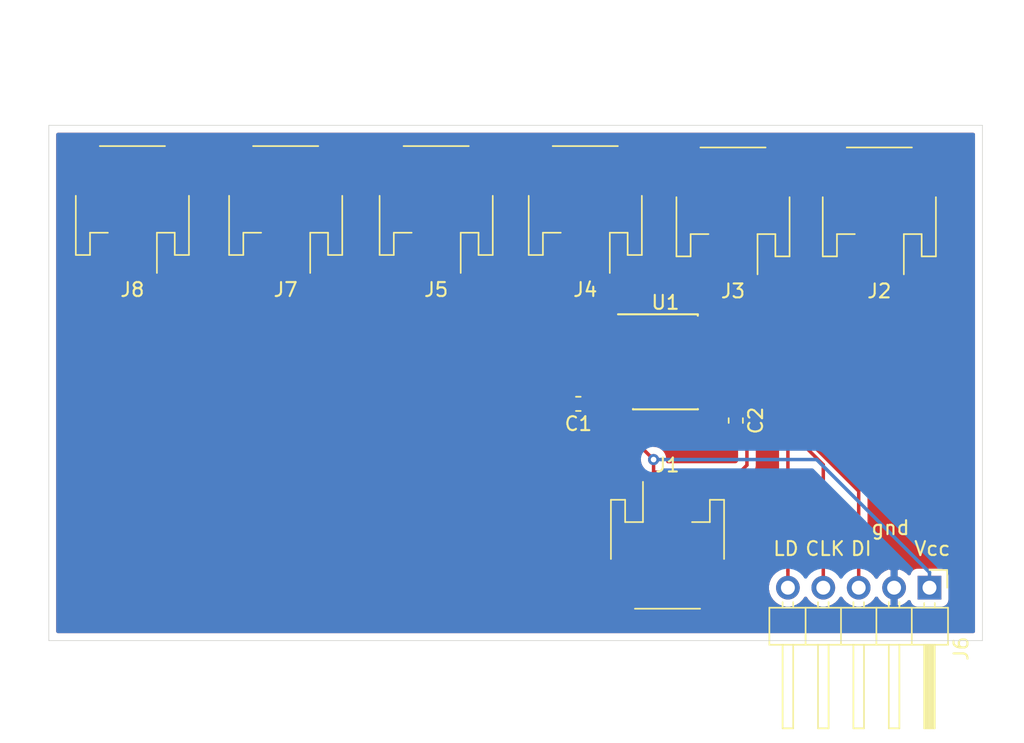
<source format=kicad_pcb>
(kicad_pcb (version 20171130) (host pcbnew "(5.1.5-0)")

  (general
    (thickness 1.6)
    (drawings 9)
    (tracks 57)
    (zones 0)
    (modules 11)
    (nets 20)
  )

  (page A4)
  (layers
    (0 F.Cu signal)
    (31 B.Cu signal)
    (32 B.Adhes user)
    (33 F.Adhes user)
    (34 B.Paste user)
    (35 F.Paste user)
    (36 B.SilkS user)
    (37 F.SilkS user)
    (38 B.Mask user)
    (39 F.Mask user)
    (40 Dwgs.User user)
    (41 Cmts.User user)
    (42 Eco1.User user)
    (43 Eco2.User user)
    (44 Edge.Cuts user)
    (45 Margin user)
    (46 B.CrtYd user)
    (47 F.CrtYd user)
    (48 B.Fab user)
    (49 F.Fab user)
  )

  (setup
    (last_trace_width 0.25)
    (trace_clearance 0.2)
    (zone_clearance 0.508)
    (zone_45_only no)
    (trace_min 0.2)
    (via_size 0.8)
    (via_drill 0.4)
    (via_min_size 0.4)
    (via_min_drill 0.3)
    (uvia_size 0.3)
    (uvia_drill 0.1)
    (uvias_allowed no)
    (uvia_min_size 0.2)
    (uvia_min_drill 0.1)
    (edge_width 0.05)
    (segment_width 0.2)
    (pcb_text_width 0.3)
    (pcb_text_size 1.5 1.5)
    (mod_edge_width 0.12)
    (mod_text_size 1 1)
    (mod_text_width 0.15)
    (pad_size 1.524 1.524)
    (pad_drill 0.762)
    (pad_to_mask_clearance 0.051)
    (solder_mask_min_width 0.25)
    (aux_axis_origin 0 0)
    (visible_elements FFFDFF7F)
    (pcbplotparams
      (layerselection 0x010fc_ffffffff)
      (usegerberextensions true)
      (usegerberattributes false)
      (usegerberadvancedattributes false)
      (creategerberjobfile false)
      (excludeedgelayer true)
      (linewidth 0.100000)
      (plotframeref false)
      (viasonmask false)
      (mode 1)
      (useauxorigin false)
      (hpglpennumber 1)
      (hpglpenspeed 20)
      (hpglpendiameter 15.000000)
      (psnegative false)
      (psa4output false)
      (plotreference true)
      (plotvalue false)
      (plotinvisibletext false)
      (padsonsilk false)
      (subtractmaskfromsilk true)
      (outputformat 1)
      (mirror false)
      (drillshape 0)
      (scaleselection 1)
      (outputdirectory "gerbers/"))
  )

  (net 0 "")
  (net 1 GND)
  (net 2 VCC)
  (net 3 /ch1)
  (net 4 /ch2)
  (net 5 /ch3)
  (net 6 /ch4)
  (net 7 "Net-(U1-Pad14)")
  (net 8 "Net-(U1-Pad13)")
  (net 9 "Net-(U1-Pad12)")
  (net 10 "Net-(U1-Pad9)")
  (net 11 "Net-(U1-Pad8)")
  (net 12 "Net-(U1-Pad7)")
  (net 13 "Net-(U1-Pad6)")
  (net 14 "Net-(U1-Pad1)")
  (net 15 "Net-(J6-Pad5)")
  (net 16 "Net-(J6-Pad4)")
  (net 17 "Net-(J6-Pad3)")
  (net 18 /ch5)
  (net 19 /ch6)

  (net_class Default "This is the default net class."
    (clearance 0.2)
    (trace_width 0.25)
    (via_dia 0.8)
    (via_drill 0.4)
    (uvia_dia 0.3)
    (uvia_drill 0.1)
    (add_net /ch1)
    (add_net /ch2)
    (add_net /ch3)
    (add_net /ch4)
    (add_net /ch5)
    (add_net /ch6)
    (add_net GND)
    (add_net "Net-(J6-Pad3)")
    (add_net "Net-(J6-Pad4)")
    (add_net "Net-(J6-Pad5)")
    (add_net "Net-(U1-Pad1)")
    (add_net "Net-(U1-Pad12)")
    (add_net "Net-(U1-Pad13)")
    (add_net "Net-(U1-Pad14)")
    (add_net "Net-(U1-Pad6)")
    (add_net "Net-(U1-Pad7)")
    (add_net "Net-(U1-Pad8)")
    (add_net "Net-(U1-Pad9)")
    (add_net VCC)
  )

  (module Connector_JST:JST_PH_S2B-PH-SM4-TB_1x02-1MP_P2.00mm_Horizontal (layer F.Cu) (tedit 5B78AD87) (tstamp 629FF871)
    (at 76 74 180)
    (descr "JST PH series connector, S2B-PH-SM4-TB (http://www.jst-mfg.com/product/pdf/eng/ePH.pdf), generated with kicad-footprint-generator")
    (tags "connector JST PH top entry")
    (path /62A6CCB3)
    (attr smd)
    (fp_text reference J8 (at 0 -5.8) (layer F.SilkS)
      (effects (font (size 1 1) (thickness 0.15)))
    )
    (fp_text value JST-B2B-PH (at 0 5.8) (layer F.Fab)
      (effects (font (size 1 1) (thickness 0.15)))
    )
    (fp_text user %R (at 0 1.5) (layer F.Fab)
      (effects (font (size 1 1) (thickness 0.15)))
    )
    (fp_line (start -1 -0.892893) (end -0.5 -1.6) (layer F.Fab) (width 0.1))
    (fp_line (start -1.5 -1.6) (end -1 -0.892893) (layer F.Fab) (width 0.1))
    (fp_line (start 4.6 -5.1) (end -4.6 -5.1) (layer F.CrtYd) (width 0.05))
    (fp_line (start 4.6 5.1) (end 4.6 -5.1) (layer F.CrtYd) (width 0.05))
    (fp_line (start -4.6 5.1) (end 4.6 5.1) (layer F.CrtYd) (width 0.05))
    (fp_line (start -4.6 -5.1) (end -4.6 5.1) (layer F.CrtYd) (width 0.05))
    (fp_line (start 3.95 -3.2) (end 3.95 4.4) (layer F.Fab) (width 0.1))
    (fp_line (start -3.95 -3.2) (end -3.95 4.4) (layer F.Fab) (width 0.1))
    (fp_line (start -3.95 4.4) (end 3.95 4.4) (layer F.Fab) (width 0.1))
    (fp_line (start -2.34 4.51) (end 2.34 4.51) (layer F.SilkS) (width 0.12))
    (fp_line (start 3.04 -1.71) (end 1.76 -1.71) (layer F.SilkS) (width 0.12))
    (fp_line (start 3.04 -3.31) (end 3.04 -1.71) (layer F.SilkS) (width 0.12))
    (fp_line (start 4.06 -3.31) (end 3.04 -3.31) (layer F.SilkS) (width 0.12))
    (fp_line (start 4.06 0.94) (end 4.06 -3.31) (layer F.SilkS) (width 0.12))
    (fp_line (start -1.76 -1.71) (end -1.76 -4.6) (layer F.SilkS) (width 0.12))
    (fp_line (start -3.04 -1.71) (end -1.76 -1.71) (layer F.SilkS) (width 0.12))
    (fp_line (start -3.04 -3.31) (end -3.04 -1.71) (layer F.SilkS) (width 0.12))
    (fp_line (start -4.06 -3.31) (end -3.04 -3.31) (layer F.SilkS) (width 0.12))
    (fp_line (start -4.06 0.94) (end -4.06 -3.31) (layer F.SilkS) (width 0.12))
    (fp_line (start 3.15 -3.2) (end 3.95 -3.2) (layer F.Fab) (width 0.1))
    (fp_line (start 3.15 -1.6) (end 3.15 -3.2) (layer F.Fab) (width 0.1))
    (fp_line (start -3.15 -1.6) (end 3.15 -1.6) (layer F.Fab) (width 0.1))
    (fp_line (start -3.15 -3.2) (end -3.15 -1.6) (layer F.Fab) (width 0.1))
    (fp_line (start -3.95 -3.2) (end -3.15 -3.2) (layer F.Fab) (width 0.1))
    (pad MP smd roundrect (at 3.35 2.9 180) (size 1.5 3.4) (layers F.Cu F.Paste F.Mask) (roundrect_rratio 0.166667))
    (pad MP smd roundrect (at -3.35 2.9 180) (size 1.5 3.4) (layers F.Cu F.Paste F.Mask) (roundrect_rratio 0.166667))
    (pad 2 smd roundrect (at 1 -2.85 180) (size 1 3.5) (layers F.Cu F.Paste F.Mask) (roundrect_rratio 0.25)
      (net 1 GND))
    (pad 1 smd roundrect (at -1 -2.85 180) (size 1 3.5) (layers F.Cu F.Paste F.Mask) (roundrect_rratio 0.25)
      (net 19 /ch6))
    (model ${KISYS3DMOD}/Connector_JST.3dshapes/JST_PH_S2B-PH-SM4-TB_1x02-1MP_P2.00mm_Horizontal.wrl
      (at (xyz 0 0 0))
      (scale (xyz 1 1 1))
      (rotate (xyz 0 0 0))
    )
  )

  (module Connector_JST:JST_PH_S2B-PH-SM4-TB_1x02-1MP_P2.00mm_Horizontal (layer F.Cu) (tedit 5B78AD87) (tstamp 629FF850)
    (at 87 74 180)
    (descr "JST PH series connector, S2B-PH-SM4-TB (http://www.jst-mfg.com/product/pdf/eng/ePH.pdf), generated with kicad-footprint-generator")
    (tags "connector JST PH top entry")
    (path /62A6C100)
    (attr smd)
    (fp_text reference J7 (at 0 -5.8) (layer F.SilkS)
      (effects (font (size 1 1) (thickness 0.15)))
    )
    (fp_text value JST-B2B-PH (at 0 5.8) (layer F.Fab)
      (effects (font (size 1 1) (thickness 0.15)))
    )
    (fp_text user %R (at 0 1.5) (layer F.Fab)
      (effects (font (size 1 1) (thickness 0.15)))
    )
    (fp_line (start -1 -0.892893) (end -0.5 -1.6) (layer F.Fab) (width 0.1))
    (fp_line (start -1.5 -1.6) (end -1 -0.892893) (layer F.Fab) (width 0.1))
    (fp_line (start 4.6 -5.1) (end -4.6 -5.1) (layer F.CrtYd) (width 0.05))
    (fp_line (start 4.6 5.1) (end 4.6 -5.1) (layer F.CrtYd) (width 0.05))
    (fp_line (start -4.6 5.1) (end 4.6 5.1) (layer F.CrtYd) (width 0.05))
    (fp_line (start -4.6 -5.1) (end -4.6 5.1) (layer F.CrtYd) (width 0.05))
    (fp_line (start 3.95 -3.2) (end 3.95 4.4) (layer F.Fab) (width 0.1))
    (fp_line (start -3.95 -3.2) (end -3.95 4.4) (layer F.Fab) (width 0.1))
    (fp_line (start -3.95 4.4) (end 3.95 4.4) (layer F.Fab) (width 0.1))
    (fp_line (start -2.34 4.51) (end 2.34 4.51) (layer F.SilkS) (width 0.12))
    (fp_line (start 3.04 -1.71) (end 1.76 -1.71) (layer F.SilkS) (width 0.12))
    (fp_line (start 3.04 -3.31) (end 3.04 -1.71) (layer F.SilkS) (width 0.12))
    (fp_line (start 4.06 -3.31) (end 3.04 -3.31) (layer F.SilkS) (width 0.12))
    (fp_line (start 4.06 0.94) (end 4.06 -3.31) (layer F.SilkS) (width 0.12))
    (fp_line (start -1.76 -1.71) (end -1.76 -4.6) (layer F.SilkS) (width 0.12))
    (fp_line (start -3.04 -1.71) (end -1.76 -1.71) (layer F.SilkS) (width 0.12))
    (fp_line (start -3.04 -3.31) (end -3.04 -1.71) (layer F.SilkS) (width 0.12))
    (fp_line (start -4.06 -3.31) (end -3.04 -3.31) (layer F.SilkS) (width 0.12))
    (fp_line (start -4.06 0.94) (end -4.06 -3.31) (layer F.SilkS) (width 0.12))
    (fp_line (start 3.15 -3.2) (end 3.95 -3.2) (layer F.Fab) (width 0.1))
    (fp_line (start 3.15 -1.6) (end 3.15 -3.2) (layer F.Fab) (width 0.1))
    (fp_line (start -3.15 -1.6) (end 3.15 -1.6) (layer F.Fab) (width 0.1))
    (fp_line (start -3.15 -3.2) (end -3.15 -1.6) (layer F.Fab) (width 0.1))
    (fp_line (start -3.95 -3.2) (end -3.15 -3.2) (layer F.Fab) (width 0.1))
    (pad MP smd roundrect (at 3.35 2.9 180) (size 1.5 3.4) (layers F.Cu F.Paste F.Mask) (roundrect_rratio 0.166667))
    (pad MP smd roundrect (at -3.35 2.9 180) (size 1.5 3.4) (layers F.Cu F.Paste F.Mask) (roundrect_rratio 0.166667))
    (pad 2 smd roundrect (at 1 -2.85 180) (size 1 3.5) (layers F.Cu F.Paste F.Mask) (roundrect_rratio 0.25)
      (net 1 GND))
    (pad 1 smd roundrect (at -1 -2.85 180) (size 1 3.5) (layers F.Cu F.Paste F.Mask) (roundrect_rratio 0.25)
      (net 18 /ch5))
    (model ${KISYS3DMOD}/Connector_JST.3dshapes/JST_PH_S2B-PH-SM4-TB_1x02-1MP_P2.00mm_Horizontal.wrl
      (at (xyz 0 0 0))
      (scale (xyz 1 1 1))
      (rotate (xyz 0 0 0))
    )
  )

  (module Connector_PinHeader_2.54mm:PinHeader_1x05_P2.54mm_Horizontal (layer F.Cu) (tedit 59FED5CB) (tstamp 629FEEA9)
    (at 133.2 101.2 270)
    (descr "Through hole angled pin header, 1x05, 2.54mm pitch, 6mm pin length, single row")
    (tags "Through hole angled pin header THT 1x05 2.54mm single row")
    (path /62A67770)
    (attr smd)
    (fp_text reference J6 (at 4.385 -2.27 90) (layer F.SilkS)
      (effects (font (size 1 1) (thickness 0.15)))
    )
    (fp_text value Conn_01x05_Male (at 4.385 12.43 90) (layer F.Fab)
      (effects (font (size 1 1) (thickness 0.15)))
    )
    (fp_text user %R (at 2.77 5.08) (layer F.Fab)
      (effects (font (size 1 1) (thickness 0.15)))
    )
    (fp_line (start 10.55 -1.8) (end -1.8 -1.8) (layer F.CrtYd) (width 0.05))
    (fp_line (start 10.55 11.95) (end 10.55 -1.8) (layer F.CrtYd) (width 0.05))
    (fp_line (start -1.8 11.95) (end 10.55 11.95) (layer F.CrtYd) (width 0.05))
    (fp_line (start -1.8 -1.8) (end -1.8 11.95) (layer F.CrtYd) (width 0.05))
    (fp_line (start -1.27 -1.27) (end 0 -1.27) (layer F.SilkS) (width 0.12))
    (fp_line (start -1.27 0) (end -1.27 -1.27) (layer F.SilkS) (width 0.12))
    (fp_line (start 1.042929 10.54) (end 1.44 10.54) (layer F.SilkS) (width 0.12))
    (fp_line (start 1.042929 9.78) (end 1.44 9.78) (layer F.SilkS) (width 0.12))
    (fp_line (start 10.1 10.54) (end 4.1 10.54) (layer F.SilkS) (width 0.12))
    (fp_line (start 10.1 9.78) (end 10.1 10.54) (layer F.SilkS) (width 0.12))
    (fp_line (start 4.1 9.78) (end 10.1 9.78) (layer F.SilkS) (width 0.12))
    (fp_line (start 1.44 8.89) (end 4.1 8.89) (layer F.SilkS) (width 0.12))
    (fp_line (start 1.042929 8) (end 1.44 8) (layer F.SilkS) (width 0.12))
    (fp_line (start 1.042929 7.24) (end 1.44 7.24) (layer F.SilkS) (width 0.12))
    (fp_line (start 10.1 8) (end 4.1 8) (layer F.SilkS) (width 0.12))
    (fp_line (start 10.1 7.24) (end 10.1 8) (layer F.SilkS) (width 0.12))
    (fp_line (start 4.1 7.24) (end 10.1 7.24) (layer F.SilkS) (width 0.12))
    (fp_line (start 1.44 6.35) (end 4.1 6.35) (layer F.SilkS) (width 0.12))
    (fp_line (start 1.042929 5.46) (end 1.44 5.46) (layer F.SilkS) (width 0.12))
    (fp_line (start 1.042929 4.7) (end 1.44 4.7) (layer F.SilkS) (width 0.12))
    (fp_line (start 10.1 5.46) (end 4.1 5.46) (layer F.SilkS) (width 0.12))
    (fp_line (start 10.1 4.7) (end 10.1 5.46) (layer F.SilkS) (width 0.12))
    (fp_line (start 4.1 4.7) (end 10.1 4.7) (layer F.SilkS) (width 0.12))
    (fp_line (start 1.44 3.81) (end 4.1 3.81) (layer F.SilkS) (width 0.12))
    (fp_line (start 1.042929 2.92) (end 1.44 2.92) (layer F.SilkS) (width 0.12))
    (fp_line (start 1.042929 2.16) (end 1.44 2.16) (layer F.SilkS) (width 0.12))
    (fp_line (start 10.1 2.92) (end 4.1 2.92) (layer F.SilkS) (width 0.12))
    (fp_line (start 10.1 2.16) (end 10.1 2.92) (layer F.SilkS) (width 0.12))
    (fp_line (start 4.1 2.16) (end 10.1 2.16) (layer F.SilkS) (width 0.12))
    (fp_line (start 1.44 1.27) (end 4.1 1.27) (layer F.SilkS) (width 0.12))
    (fp_line (start 1.11 0.38) (end 1.44 0.38) (layer F.SilkS) (width 0.12))
    (fp_line (start 1.11 -0.38) (end 1.44 -0.38) (layer F.SilkS) (width 0.12))
    (fp_line (start 4.1 0.28) (end 10.1 0.28) (layer F.SilkS) (width 0.12))
    (fp_line (start 4.1 0.16) (end 10.1 0.16) (layer F.SilkS) (width 0.12))
    (fp_line (start 4.1 0.04) (end 10.1 0.04) (layer F.SilkS) (width 0.12))
    (fp_line (start 4.1 -0.08) (end 10.1 -0.08) (layer F.SilkS) (width 0.12))
    (fp_line (start 4.1 -0.2) (end 10.1 -0.2) (layer F.SilkS) (width 0.12))
    (fp_line (start 4.1 -0.32) (end 10.1 -0.32) (layer F.SilkS) (width 0.12))
    (fp_line (start 10.1 0.38) (end 4.1 0.38) (layer F.SilkS) (width 0.12))
    (fp_line (start 10.1 -0.38) (end 10.1 0.38) (layer F.SilkS) (width 0.12))
    (fp_line (start 4.1 -0.38) (end 10.1 -0.38) (layer F.SilkS) (width 0.12))
    (fp_line (start 4.1 -1.33) (end 1.44 -1.33) (layer F.SilkS) (width 0.12))
    (fp_line (start 4.1 11.49) (end 4.1 -1.33) (layer F.SilkS) (width 0.12))
    (fp_line (start 1.44 11.49) (end 4.1 11.49) (layer F.SilkS) (width 0.12))
    (fp_line (start 1.44 -1.33) (end 1.44 11.49) (layer F.SilkS) (width 0.12))
    (fp_line (start 4.04 10.48) (end 10.04 10.48) (layer F.Fab) (width 0.1))
    (fp_line (start 10.04 9.84) (end 10.04 10.48) (layer F.Fab) (width 0.1))
    (fp_line (start 4.04 9.84) (end 10.04 9.84) (layer F.Fab) (width 0.1))
    (fp_line (start -0.32 10.48) (end 1.5 10.48) (layer F.Fab) (width 0.1))
    (fp_line (start -0.32 9.84) (end -0.32 10.48) (layer F.Fab) (width 0.1))
    (fp_line (start -0.32 9.84) (end 1.5 9.84) (layer F.Fab) (width 0.1))
    (fp_line (start 4.04 7.94) (end 10.04 7.94) (layer F.Fab) (width 0.1))
    (fp_line (start 10.04 7.3) (end 10.04 7.94) (layer F.Fab) (width 0.1))
    (fp_line (start 4.04 7.3) (end 10.04 7.3) (layer F.Fab) (width 0.1))
    (fp_line (start -0.32 7.94) (end 1.5 7.94) (layer F.Fab) (width 0.1))
    (fp_line (start -0.32 7.3) (end -0.32 7.94) (layer F.Fab) (width 0.1))
    (fp_line (start -0.32 7.3) (end 1.5 7.3) (layer F.Fab) (width 0.1))
    (fp_line (start 4.04 5.4) (end 10.04 5.4) (layer F.Fab) (width 0.1))
    (fp_line (start 10.04 4.76) (end 10.04 5.4) (layer F.Fab) (width 0.1))
    (fp_line (start 4.04 4.76) (end 10.04 4.76) (layer F.Fab) (width 0.1))
    (fp_line (start -0.32 5.4) (end 1.5 5.4) (layer F.Fab) (width 0.1))
    (fp_line (start -0.32 4.76) (end -0.32 5.4) (layer F.Fab) (width 0.1))
    (fp_line (start -0.32 4.76) (end 1.5 4.76) (layer F.Fab) (width 0.1))
    (fp_line (start 4.04 2.86) (end 10.04 2.86) (layer F.Fab) (width 0.1))
    (fp_line (start 10.04 2.22) (end 10.04 2.86) (layer F.Fab) (width 0.1))
    (fp_line (start 4.04 2.22) (end 10.04 2.22) (layer F.Fab) (width 0.1))
    (fp_line (start -0.32 2.86) (end 1.5 2.86) (layer F.Fab) (width 0.1))
    (fp_line (start -0.32 2.22) (end -0.32 2.86) (layer F.Fab) (width 0.1))
    (fp_line (start -0.32 2.22) (end 1.5 2.22) (layer F.Fab) (width 0.1))
    (fp_line (start 4.04 0.32) (end 10.04 0.32) (layer F.Fab) (width 0.1))
    (fp_line (start 10.04 -0.32) (end 10.04 0.32) (layer F.Fab) (width 0.1))
    (fp_line (start 4.04 -0.32) (end 10.04 -0.32) (layer F.Fab) (width 0.1))
    (fp_line (start -0.32 0.32) (end 1.5 0.32) (layer F.Fab) (width 0.1))
    (fp_line (start -0.32 -0.32) (end -0.32 0.32) (layer F.Fab) (width 0.1))
    (fp_line (start -0.32 -0.32) (end 1.5 -0.32) (layer F.Fab) (width 0.1))
    (fp_line (start 1.5 -0.635) (end 2.135 -1.27) (layer F.Fab) (width 0.1))
    (fp_line (start 1.5 11.43) (end 1.5 -0.635) (layer F.Fab) (width 0.1))
    (fp_line (start 4.04 11.43) (end 1.5 11.43) (layer F.Fab) (width 0.1))
    (fp_line (start 4.04 -1.27) (end 4.04 11.43) (layer F.Fab) (width 0.1))
    (fp_line (start 2.135 -1.27) (end 4.04 -1.27) (layer F.Fab) (width 0.1))
    (pad 5 thru_hole oval (at 0 10.16 270) (size 1.7 1.7) (drill 1) (layers *.Cu *.Mask)
      (net 15 "Net-(J6-Pad5)"))
    (pad 4 thru_hole oval (at 0 7.62 270) (size 1.7 1.7) (drill 1) (layers *.Cu *.Mask)
      (net 16 "Net-(J6-Pad4)"))
    (pad 3 thru_hole oval (at 0 5.08 270) (size 1.7 1.7) (drill 1) (layers *.Cu *.Mask)
      (net 17 "Net-(J6-Pad3)"))
    (pad 2 thru_hole oval (at 0 2.54 270) (size 1.7 1.7) (drill 1) (layers *.Cu *.Mask)
      (net 1 GND))
    (pad 1 thru_hole rect (at 0 0 270) (size 1.7 1.7) (drill 1) (layers *.Cu *.Mask)
      (net 2 VCC))
    (model ${KISYS3DMOD}/Connector_PinHeader_2.54mm.3dshapes/PinHeader_1x05_P2.54mm_Horizontal.wrl
      (at (xyz 0 0 0))
      (scale (xyz 1 1 1))
      (rotate (xyz 0 0 0))
    )
  )

  (module Connector_JST:JST_PH_S2B-PH-SM4-TB_1x02-1MP_P2.00mm_Horizontal (layer F.Cu) (tedit 5B78AD87) (tstamp 629FE629)
    (at 97.8 74 180)
    (descr "JST PH series connector, S2B-PH-SM4-TB (http://www.jst-mfg.com/product/pdf/eng/ePH.pdf), generated with kicad-footprint-generator")
    (tags "connector JST PH top entry")
    (path /62A658E8)
    (attr smd)
    (fp_text reference J5 (at 0 -5.8) (layer F.SilkS)
      (effects (font (size 1 1) (thickness 0.15)))
    )
    (fp_text value JST-B2B-PH (at 0 5.8) (layer F.Fab)
      (effects (font (size 1 1) (thickness 0.15)))
    )
    (fp_text user %R (at 0 1.5) (layer F.Fab)
      (effects (font (size 1 1) (thickness 0.15)))
    )
    (fp_line (start -1 -0.892893) (end -0.5 -1.6) (layer F.Fab) (width 0.1))
    (fp_line (start -1.5 -1.6) (end -1 -0.892893) (layer F.Fab) (width 0.1))
    (fp_line (start 4.6 -5.1) (end -4.6 -5.1) (layer F.CrtYd) (width 0.05))
    (fp_line (start 4.6 5.1) (end 4.6 -5.1) (layer F.CrtYd) (width 0.05))
    (fp_line (start -4.6 5.1) (end 4.6 5.1) (layer F.CrtYd) (width 0.05))
    (fp_line (start -4.6 -5.1) (end -4.6 5.1) (layer F.CrtYd) (width 0.05))
    (fp_line (start 3.95 -3.2) (end 3.95 4.4) (layer F.Fab) (width 0.1))
    (fp_line (start -3.95 -3.2) (end -3.95 4.4) (layer F.Fab) (width 0.1))
    (fp_line (start -3.95 4.4) (end 3.95 4.4) (layer F.Fab) (width 0.1))
    (fp_line (start -2.34 4.51) (end 2.34 4.51) (layer F.SilkS) (width 0.12))
    (fp_line (start 3.04 -1.71) (end 1.76 -1.71) (layer F.SilkS) (width 0.12))
    (fp_line (start 3.04 -3.31) (end 3.04 -1.71) (layer F.SilkS) (width 0.12))
    (fp_line (start 4.06 -3.31) (end 3.04 -3.31) (layer F.SilkS) (width 0.12))
    (fp_line (start 4.06 0.94) (end 4.06 -3.31) (layer F.SilkS) (width 0.12))
    (fp_line (start -1.76 -1.71) (end -1.76 -4.6) (layer F.SilkS) (width 0.12))
    (fp_line (start -3.04 -1.71) (end -1.76 -1.71) (layer F.SilkS) (width 0.12))
    (fp_line (start -3.04 -3.31) (end -3.04 -1.71) (layer F.SilkS) (width 0.12))
    (fp_line (start -4.06 -3.31) (end -3.04 -3.31) (layer F.SilkS) (width 0.12))
    (fp_line (start -4.06 0.94) (end -4.06 -3.31) (layer F.SilkS) (width 0.12))
    (fp_line (start 3.15 -3.2) (end 3.95 -3.2) (layer F.Fab) (width 0.1))
    (fp_line (start 3.15 -1.6) (end 3.15 -3.2) (layer F.Fab) (width 0.1))
    (fp_line (start -3.15 -1.6) (end 3.15 -1.6) (layer F.Fab) (width 0.1))
    (fp_line (start -3.15 -3.2) (end -3.15 -1.6) (layer F.Fab) (width 0.1))
    (fp_line (start -3.95 -3.2) (end -3.15 -3.2) (layer F.Fab) (width 0.1))
    (pad MP smd roundrect (at 3.35 2.9 180) (size 1.5 3.4) (layers F.Cu F.Paste F.Mask) (roundrect_rratio 0.166667))
    (pad MP smd roundrect (at -3.35 2.9 180) (size 1.5 3.4) (layers F.Cu F.Paste F.Mask) (roundrect_rratio 0.166667))
    (pad 2 smd roundrect (at 1 -2.85 180) (size 1 3.5) (layers F.Cu F.Paste F.Mask) (roundrect_rratio 0.25)
      (net 1 GND))
    (pad 1 smd roundrect (at -1 -2.85 180) (size 1 3.5) (layers F.Cu F.Paste F.Mask) (roundrect_rratio 0.25)
      (net 6 /ch4))
    (model ${KISYS3DMOD}/Connector_JST.3dshapes/JST_PH_S2B-PH-SM4-TB_1x02-1MP_P2.00mm_Horizontal.wrl
      (at (xyz 0 0 0))
      (scale (xyz 1 1 1))
      (rotate (xyz 0 0 0))
    )
  )

  (module Connector_JST:JST_PH_S2B-PH-SM4-TB_1x02-1MP_P2.00mm_Horizontal (layer F.Cu) (tedit 5B78AD87) (tstamp 629FE608)
    (at 108.5 74 180)
    (descr "JST PH series connector, S2B-PH-SM4-TB (http://www.jst-mfg.com/product/pdf/eng/ePH.pdf), generated with kicad-footprint-generator")
    (tags "connector JST PH top entry")
    (path /62A6524C)
    (attr smd)
    (fp_text reference J4 (at 0 -5.8) (layer F.SilkS)
      (effects (font (size 1 1) (thickness 0.15)))
    )
    (fp_text value JST-B2B-PH (at 0 5.8) (layer F.Fab)
      (effects (font (size 1 1) (thickness 0.15)))
    )
    (fp_text user %R (at 0 1.5) (layer F.Fab)
      (effects (font (size 1 1) (thickness 0.15)))
    )
    (fp_line (start -1 -0.892893) (end -0.5 -1.6) (layer F.Fab) (width 0.1))
    (fp_line (start -1.5 -1.6) (end -1 -0.892893) (layer F.Fab) (width 0.1))
    (fp_line (start 4.6 -5.1) (end -4.6 -5.1) (layer F.CrtYd) (width 0.05))
    (fp_line (start 4.6 5.1) (end 4.6 -5.1) (layer F.CrtYd) (width 0.05))
    (fp_line (start -4.6 5.1) (end 4.6 5.1) (layer F.CrtYd) (width 0.05))
    (fp_line (start -4.6 -5.1) (end -4.6 5.1) (layer F.CrtYd) (width 0.05))
    (fp_line (start 3.95 -3.2) (end 3.95 4.4) (layer F.Fab) (width 0.1))
    (fp_line (start -3.95 -3.2) (end -3.95 4.4) (layer F.Fab) (width 0.1))
    (fp_line (start -3.95 4.4) (end 3.95 4.4) (layer F.Fab) (width 0.1))
    (fp_line (start -2.34 4.51) (end 2.34 4.51) (layer F.SilkS) (width 0.12))
    (fp_line (start 3.04 -1.71) (end 1.76 -1.71) (layer F.SilkS) (width 0.12))
    (fp_line (start 3.04 -3.31) (end 3.04 -1.71) (layer F.SilkS) (width 0.12))
    (fp_line (start 4.06 -3.31) (end 3.04 -3.31) (layer F.SilkS) (width 0.12))
    (fp_line (start 4.06 0.94) (end 4.06 -3.31) (layer F.SilkS) (width 0.12))
    (fp_line (start -1.76 -1.71) (end -1.76 -4.6) (layer F.SilkS) (width 0.12))
    (fp_line (start -3.04 -1.71) (end -1.76 -1.71) (layer F.SilkS) (width 0.12))
    (fp_line (start -3.04 -3.31) (end -3.04 -1.71) (layer F.SilkS) (width 0.12))
    (fp_line (start -4.06 -3.31) (end -3.04 -3.31) (layer F.SilkS) (width 0.12))
    (fp_line (start -4.06 0.94) (end -4.06 -3.31) (layer F.SilkS) (width 0.12))
    (fp_line (start 3.15 -3.2) (end 3.95 -3.2) (layer F.Fab) (width 0.1))
    (fp_line (start 3.15 -1.6) (end 3.15 -3.2) (layer F.Fab) (width 0.1))
    (fp_line (start -3.15 -1.6) (end 3.15 -1.6) (layer F.Fab) (width 0.1))
    (fp_line (start -3.15 -3.2) (end -3.15 -1.6) (layer F.Fab) (width 0.1))
    (fp_line (start -3.95 -3.2) (end -3.15 -3.2) (layer F.Fab) (width 0.1))
    (pad MP smd roundrect (at 3.35 2.9 180) (size 1.5 3.4) (layers F.Cu F.Paste F.Mask) (roundrect_rratio 0.166667))
    (pad MP smd roundrect (at -3.35 2.9 180) (size 1.5 3.4) (layers F.Cu F.Paste F.Mask) (roundrect_rratio 0.166667))
    (pad 2 smd roundrect (at 1 -2.85 180) (size 1 3.5) (layers F.Cu F.Paste F.Mask) (roundrect_rratio 0.25)
      (net 1 GND))
    (pad 1 smd roundrect (at -1 -2.85 180) (size 1 3.5) (layers F.Cu F.Paste F.Mask) (roundrect_rratio 0.25)
      (net 5 /ch3))
    (model ${KISYS3DMOD}/Connector_JST.3dshapes/JST_PH_S2B-PH-SM4-TB_1x02-1MP_P2.00mm_Horizontal.wrl
      (at (xyz 0 0 0))
      (scale (xyz 1 1 1))
      (rotate (xyz 0 0 0))
    )
  )

  (module Connector_JST:JST_PH_S2B-PH-SM4-TB_1x02-1MP_P2.00mm_Horizontal (layer F.Cu) (tedit 5B78AD87) (tstamp 629FE5E7)
    (at 119.1 74.1 180)
    (descr "JST PH series connector, S2B-PH-SM4-TB (http://www.jst-mfg.com/product/pdf/eng/ePH.pdf), generated with kicad-footprint-generator")
    (tags "connector JST PH top entry")
    (path /62A64D0C)
    (attr smd)
    (fp_text reference J3 (at 0 -5.8) (layer F.SilkS)
      (effects (font (size 1 1) (thickness 0.15)))
    )
    (fp_text value JST-B2B-PH (at 0 5.8) (layer F.Fab)
      (effects (font (size 1 1) (thickness 0.15)))
    )
    (fp_text user %R (at 0 1.5) (layer F.Fab)
      (effects (font (size 1 1) (thickness 0.15)))
    )
    (fp_line (start -1 -0.892893) (end -0.5 -1.6) (layer F.Fab) (width 0.1))
    (fp_line (start -1.5 -1.6) (end -1 -0.892893) (layer F.Fab) (width 0.1))
    (fp_line (start 4.6 -5.1) (end -4.6 -5.1) (layer F.CrtYd) (width 0.05))
    (fp_line (start 4.6 5.1) (end 4.6 -5.1) (layer F.CrtYd) (width 0.05))
    (fp_line (start -4.6 5.1) (end 4.6 5.1) (layer F.CrtYd) (width 0.05))
    (fp_line (start -4.6 -5.1) (end -4.6 5.1) (layer F.CrtYd) (width 0.05))
    (fp_line (start 3.95 -3.2) (end 3.95 4.4) (layer F.Fab) (width 0.1))
    (fp_line (start -3.95 -3.2) (end -3.95 4.4) (layer F.Fab) (width 0.1))
    (fp_line (start -3.95 4.4) (end 3.95 4.4) (layer F.Fab) (width 0.1))
    (fp_line (start -2.34 4.51) (end 2.34 4.51) (layer F.SilkS) (width 0.12))
    (fp_line (start 3.04 -1.71) (end 1.76 -1.71) (layer F.SilkS) (width 0.12))
    (fp_line (start 3.04 -3.31) (end 3.04 -1.71) (layer F.SilkS) (width 0.12))
    (fp_line (start 4.06 -3.31) (end 3.04 -3.31) (layer F.SilkS) (width 0.12))
    (fp_line (start 4.06 0.94) (end 4.06 -3.31) (layer F.SilkS) (width 0.12))
    (fp_line (start -1.76 -1.71) (end -1.76 -4.6) (layer F.SilkS) (width 0.12))
    (fp_line (start -3.04 -1.71) (end -1.76 -1.71) (layer F.SilkS) (width 0.12))
    (fp_line (start -3.04 -3.31) (end -3.04 -1.71) (layer F.SilkS) (width 0.12))
    (fp_line (start -4.06 -3.31) (end -3.04 -3.31) (layer F.SilkS) (width 0.12))
    (fp_line (start -4.06 0.94) (end -4.06 -3.31) (layer F.SilkS) (width 0.12))
    (fp_line (start 3.15 -3.2) (end 3.95 -3.2) (layer F.Fab) (width 0.1))
    (fp_line (start 3.15 -1.6) (end 3.15 -3.2) (layer F.Fab) (width 0.1))
    (fp_line (start -3.15 -1.6) (end 3.15 -1.6) (layer F.Fab) (width 0.1))
    (fp_line (start -3.15 -3.2) (end -3.15 -1.6) (layer F.Fab) (width 0.1))
    (fp_line (start -3.95 -3.2) (end -3.15 -3.2) (layer F.Fab) (width 0.1))
    (pad MP smd roundrect (at 3.35 2.9 180) (size 1.5 3.4) (layers F.Cu F.Paste F.Mask) (roundrect_rratio 0.166667))
    (pad MP smd roundrect (at -3.35 2.9 180) (size 1.5 3.4) (layers F.Cu F.Paste F.Mask) (roundrect_rratio 0.166667))
    (pad 2 smd roundrect (at 1 -2.85 180) (size 1 3.5) (layers F.Cu F.Paste F.Mask) (roundrect_rratio 0.25)
      (net 1 GND))
    (pad 1 smd roundrect (at -1 -2.85 180) (size 1 3.5) (layers F.Cu F.Paste F.Mask) (roundrect_rratio 0.25)
      (net 4 /ch2))
    (model ${KISYS3DMOD}/Connector_JST.3dshapes/JST_PH_S2B-PH-SM4-TB_1x02-1MP_P2.00mm_Horizontal.wrl
      (at (xyz 0 0 0))
      (scale (xyz 1 1 1))
      (rotate (xyz 0 0 0))
    )
  )

  (module Connector_JST:JST_PH_S2B-PH-SM4-TB_1x02-1MP_P2.00mm_Horizontal (layer F.Cu) (tedit 5B78AD87) (tstamp 629FE5C6)
    (at 129.6 74.1 180)
    (descr "JST PH series connector, S2B-PH-SM4-TB (http://www.jst-mfg.com/product/pdf/eng/ePH.pdf), generated with kicad-footprint-generator")
    (tags "connector JST PH top entry")
    (path /62A64054)
    (attr smd)
    (fp_text reference J2 (at 0 -5.8) (layer F.SilkS)
      (effects (font (size 1 1) (thickness 0.15)))
    )
    (fp_text value JST-B2B-PH (at 0 5.8) (layer F.Fab)
      (effects (font (size 1 1) (thickness 0.15)))
    )
    (fp_text user %R (at 0 1.5) (layer F.Fab)
      (effects (font (size 1 1) (thickness 0.15)))
    )
    (fp_line (start -1 -0.892893) (end -0.5 -1.6) (layer F.Fab) (width 0.1))
    (fp_line (start -1.5 -1.6) (end -1 -0.892893) (layer F.Fab) (width 0.1))
    (fp_line (start 4.6 -5.1) (end -4.6 -5.1) (layer F.CrtYd) (width 0.05))
    (fp_line (start 4.6 5.1) (end 4.6 -5.1) (layer F.CrtYd) (width 0.05))
    (fp_line (start -4.6 5.1) (end 4.6 5.1) (layer F.CrtYd) (width 0.05))
    (fp_line (start -4.6 -5.1) (end -4.6 5.1) (layer F.CrtYd) (width 0.05))
    (fp_line (start 3.95 -3.2) (end 3.95 4.4) (layer F.Fab) (width 0.1))
    (fp_line (start -3.95 -3.2) (end -3.95 4.4) (layer F.Fab) (width 0.1))
    (fp_line (start -3.95 4.4) (end 3.95 4.4) (layer F.Fab) (width 0.1))
    (fp_line (start -2.34 4.51) (end 2.34 4.51) (layer F.SilkS) (width 0.12))
    (fp_line (start 3.04 -1.71) (end 1.76 -1.71) (layer F.SilkS) (width 0.12))
    (fp_line (start 3.04 -3.31) (end 3.04 -1.71) (layer F.SilkS) (width 0.12))
    (fp_line (start 4.06 -3.31) (end 3.04 -3.31) (layer F.SilkS) (width 0.12))
    (fp_line (start 4.06 0.94) (end 4.06 -3.31) (layer F.SilkS) (width 0.12))
    (fp_line (start -1.76 -1.71) (end -1.76 -4.6) (layer F.SilkS) (width 0.12))
    (fp_line (start -3.04 -1.71) (end -1.76 -1.71) (layer F.SilkS) (width 0.12))
    (fp_line (start -3.04 -3.31) (end -3.04 -1.71) (layer F.SilkS) (width 0.12))
    (fp_line (start -4.06 -3.31) (end -3.04 -3.31) (layer F.SilkS) (width 0.12))
    (fp_line (start -4.06 0.94) (end -4.06 -3.31) (layer F.SilkS) (width 0.12))
    (fp_line (start 3.15 -3.2) (end 3.95 -3.2) (layer F.Fab) (width 0.1))
    (fp_line (start 3.15 -1.6) (end 3.15 -3.2) (layer F.Fab) (width 0.1))
    (fp_line (start -3.15 -1.6) (end 3.15 -1.6) (layer F.Fab) (width 0.1))
    (fp_line (start -3.15 -3.2) (end -3.15 -1.6) (layer F.Fab) (width 0.1))
    (fp_line (start -3.95 -3.2) (end -3.15 -3.2) (layer F.Fab) (width 0.1))
    (pad MP smd roundrect (at 3.35 2.9 180) (size 1.5 3.4) (layers F.Cu F.Paste F.Mask) (roundrect_rratio 0.166667))
    (pad MP smd roundrect (at -3.35 2.9 180) (size 1.5 3.4) (layers F.Cu F.Paste F.Mask) (roundrect_rratio 0.166667))
    (pad 2 smd roundrect (at 1 -2.85 180) (size 1 3.5) (layers F.Cu F.Paste F.Mask) (roundrect_rratio 0.25)
      (net 1 GND))
    (pad 1 smd roundrect (at -1 -2.85 180) (size 1 3.5) (layers F.Cu F.Paste F.Mask) (roundrect_rratio 0.25)
      (net 3 /ch1))
    (model ${KISYS3DMOD}/Connector_JST.3dshapes/JST_PH_S2B-PH-SM4-TB_1x02-1MP_P2.00mm_Horizontal.wrl
      (at (xyz 0 0 0))
      (scale (xyz 1 1 1))
      (rotate (xyz 0 0 0))
    )
  )

  (module Connector_JST:JST_PH_S2B-PH-SM4-TB_1x02-1MP_P2.00mm_Horizontal (layer F.Cu) (tedit 5B78AD87) (tstamp 629FE1EE)
    (at 114.4 98.2)
    (descr "JST PH series connector, S2B-PH-SM4-TB (http://www.jst-mfg.com/product/pdf/eng/ePH.pdf), generated with kicad-footprint-generator")
    (tags "connector JST PH top entry")
    (path /62A5ECDB)
    (attr smd)
    (fp_text reference J1 (at 0 -5.8) (layer F.SilkS)
      (effects (font (size 1 1) (thickness 0.15)))
    )
    (fp_text value JST-B2B-PH (at 0 5.8) (layer F.Fab)
      (effects (font (size 1 1) (thickness 0.15)))
    )
    (fp_text user %R (at 0 1.5) (layer F.Fab)
      (effects (font (size 1 1) (thickness 0.15)))
    )
    (fp_line (start -1 -0.892893) (end -0.5 -1.6) (layer F.Fab) (width 0.1))
    (fp_line (start -1.5 -1.6) (end -1 -0.892893) (layer F.Fab) (width 0.1))
    (fp_line (start 4.6 -5.1) (end -4.6 -5.1) (layer F.CrtYd) (width 0.05))
    (fp_line (start 4.6 5.1) (end 4.6 -5.1) (layer F.CrtYd) (width 0.05))
    (fp_line (start -4.6 5.1) (end 4.6 5.1) (layer F.CrtYd) (width 0.05))
    (fp_line (start -4.6 -5.1) (end -4.6 5.1) (layer F.CrtYd) (width 0.05))
    (fp_line (start 3.95 -3.2) (end 3.95 4.4) (layer F.Fab) (width 0.1))
    (fp_line (start -3.95 -3.2) (end -3.95 4.4) (layer F.Fab) (width 0.1))
    (fp_line (start -3.95 4.4) (end 3.95 4.4) (layer F.Fab) (width 0.1))
    (fp_line (start -2.34 4.51) (end 2.34 4.51) (layer F.SilkS) (width 0.12))
    (fp_line (start 3.04 -1.71) (end 1.76 -1.71) (layer F.SilkS) (width 0.12))
    (fp_line (start 3.04 -3.31) (end 3.04 -1.71) (layer F.SilkS) (width 0.12))
    (fp_line (start 4.06 -3.31) (end 3.04 -3.31) (layer F.SilkS) (width 0.12))
    (fp_line (start 4.06 0.94) (end 4.06 -3.31) (layer F.SilkS) (width 0.12))
    (fp_line (start -1.76 -1.71) (end -1.76 -4.6) (layer F.SilkS) (width 0.12))
    (fp_line (start -3.04 -1.71) (end -1.76 -1.71) (layer F.SilkS) (width 0.12))
    (fp_line (start -3.04 -3.31) (end -3.04 -1.71) (layer F.SilkS) (width 0.12))
    (fp_line (start -4.06 -3.31) (end -3.04 -3.31) (layer F.SilkS) (width 0.12))
    (fp_line (start -4.06 0.94) (end -4.06 -3.31) (layer F.SilkS) (width 0.12))
    (fp_line (start 3.15 -3.2) (end 3.95 -3.2) (layer F.Fab) (width 0.1))
    (fp_line (start 3.15 -1.6) (end 3.15 -3.2) (layer F.Fab) (width 0.1))
    (fp_line (start -3.15 -1.6) (end 3.15 -1.6) (layer F.Fab) (width 0.1))
    (fp_line (start -3.15 -3.2) (end -3.15 -1.6) (layer F.Fab) (width 0.1))
    (fp_line (start -3.95 -3.2) (end -3.15 -3.2) (layer F.Fab) (width 0.1))
    (pad MP smd roundrect (at 3.35 2.9) (size 1.5 3.4) (layers F.Cu F.Paste F.Mask) (roundrect_rratio 0.166667))
    (pad MP smd roundrect (at -3.35 2.9) (size 1.5 3.4) (layers F.Cu F.Paste F.Mask) (roundrect_rratio 0.166667))
    (pad 2 smd roundrect (at 1 -2.85) (size 1 3.5) (layers F.Cu F.Paste F.Mask) (roundrect_rratio 0.25)
      (net 1 GND))
    (pad 1 smd roundrect (at -1 -2.85) (size 1 3.5) (layers F.Cu F.Paste F.Mask) (roundrect_rratio 0.25)
      (net 2 VCC))
    (model ${KISYS3DMOD}/Connector_JST.3dshapes/JST_PH_S2B-PH-SM4-TB_1x02-1MP_P2.00mm_Horizontal.wrl
      (at (xyz 0 0 0))
      (scale (xyz 1 1 1))
      (rotate (xyz 0 0 0))
    )
  )

  (module Package_SO:SSOP-20_4.4x6.5mm_P0.65mm (layer F.Cu) (tedit 5A02F25C) (tstamp 629FE293)
    (at 114.25 85.02)
    (descr "SSOP20: plastic shrink small outline package; 20 leads; body width 4.4 mm; (see NXP SSOP-TSSOP-VSO-REFLOW.pdf and sot266-1_po.pdf)")
    (tags "SSOP 0.65")
    (path /62A52A61)
    (attr smd)
    (fp_text reference U1 (at 0 -4.3) (layer F.SilkS)
      (effects (font (size 1 1) (thickness 0.15)))
    )
    (fp_text value BH2221FV (at 0 4.3) (layer F.Fab)
      (effects (font (size 1 1) (thickness 0.15)))
    )
    (fp_text user %R (at 0 0) (layer F.Fab)
      (effects (font (size 0.8 0.8) (thickness 0.15)))
    )
    (fp_line (start -2.325 3.375) (end 2.325 3.375) (layer F.SilkS) (width 0.15))
    (fp_line (start -3.4 -3.45) (end 2.325 -3.45) (layer F.SilkS) (width 0.15))
    (fp_line (start -2.325 3.375) (end -2.325 3.35) (layer F.SilkS) (width 0.15))
    (fp_line (start 2.325 3.375) (end 2.325 3.35) (layer F.SilkS) (width 0.15))
    (fp_line (start 2.325 -3.45) (end 2.325 -3.35) (layer F.SilkS) (width 0.15))
    (fp_line (start -3.65 3.55) (end 3.65 3.55) (layer F.CrtYd) (width 0.05))
    (fp_line (start -3.65 -3.55) (end 3.65 -3.55) (layer F.CrtYd) (width 0.05))
    (fp_line (start 3.65 -3.55) (end 3.65 3.55) (layer F.CrtYd) (width 0.05))
    (fp_line (start -3.65 -3.55) (end -3.65 3.55) (layer F.CrtYd) (width 0.05))
    (fp_line (start -2.2 -2.25) (end -1.2 -3.25) (layer F.Fab) (width 0.15))
    (fp_line (start -2.2 3.25) (end -2.2 -2.25) (layer F.Fab) (width 0.15))
    (fp_line (start 2.2 3.25) (end -2.2 3.25) (layer F.Fab) (width 0.15))
    (fp_line (start 2.2 -3.25) (end 2.2 3.25) (layer F.Fab) (width 0.15))
    (fp_line (start -1.2 -3.25) (end 2.2 -3.25) (layer F.Fab) (width 0.15))
    (pad 20 smd rect (at 2.9 -2.925) (size 1 0.4) (layers F.Cu F.Paste F.Mask)
      (net 1 GND))
    (pad 19 smd rect (at 2.9 -2.275) (size 1 0.4) (layers F.Cu F.Paste F.Mask)
      (net 4 /ch2))
    (pad 18 smd rect (at 2.9 -1.625) (size 1 0.4) (layers F.Cu F.Paste F.Mask)
      (net 3 /ch1))
    (pad 17 smd rect (at 2.9 -0.975) (size 1 0.4) (layers F.Cu F.Paste F.Mask)
      (net 17 "Net-(J6-Pad3)"))
    (pad 16 smd rect (at 2.9 -0.325) (size 1 0.4) (layers F.Cu F.Paste F.Mask)
      (net 16 "Net-(J6-Pad4)"))
    (pad 15 smd rect (at 2.9 0.325) (size 1 0.4) (layers F.Cu F.Paste F.Mask)
      (net 15 "Net-(J6-Pad5)"))
    (pad 14 smd rect (at 2.9 0.975) (size 1 0.4) (layers F.Cu F.Paste F.Mask)
      (net 7 "Net-(U1-Pad14)"))
    (pad 13 smd rect (at 2.9 1.625) (size 1 0.4) (layers F.Cu F.Paste F.Mask)
      (net 8 "Net-(U1-Pad13)"))
    (pad 12 smd rect (at 2.9 2.275) (size 1 0.4) (layers F.Cu F.Paste F.Mask)
      (net 9 "Net-(U1-Pad12)"))
    (pad 11 smd rect (at 2.9 2.925) (size 1 0.4) (layers F.Cu F.Paste F.Mask)
      (net 2 VCC))
    (pad 10 smd rect (at -2.9 2.925) (size 1 0.4) (layers F.Cu F.Paste F.Mask)
      (net 2 VCC))
    (pad 9 smd rect (at -2.9 2.275) (size 1 0.4) (layers F.Cu F.Paste F.Mask)
      (net 10 "Net-(U1-Pad9)"))
    (pad 8 smd rect (at -2.9 1.625) (size 1 0.4) (layers F.Cu F.Paste F.Mask)
      (net 11 "Net-(U1-Pad8)"))
    (pad 7 smd rect (at -2.9 0.975) (size 1 0.4) (layers F.Cu F.Paste F.Mask)
      (net 12 "Net-(U1-Pad7)"))
    (pad 6 smd rect (at -2.9 0.325) (size 1 0.4) (layers F.Cu F.Paste F.Mask)
      (net 13 "Net-(U1-Pad6)"))
    (pad 5 smd rect (at -2.9 -0.325) (size 1 0.4) (layers F.Cu F.Paste F.Mask)
      (net 19 /ch6))
    (pad 4 smd rect (at -2.9 -0.975) (size 1 0.4) (layers F.Cu F.Paste F.Mask)
      (net 18 /ch5))
    (pad 3 smd rect (at -2.9 -1.625) (size 1 0.4) (layers F.Cu F.Paste F.Mask)
      (net 6 /ch4))
    (pad 2 smd rect (at -2.9 -2.275) (size 1 0.4) (layers F.Cu F.Paste F.Mask)
      (net 5 /ch3))
    (pad 1 smd rect (at -2.9 -2.925) (size 1 0.4) (layers F.Cu F.Paste F.Mask)
      (net 14 "Net-(U1-Pad1)"))
    (model ${KISYS3DMOD}/Package_SO.3dshapes/SSOP-20_4.4x6.5mm_P0.65mm.wrl
      (at (xyz 0 0 0))
      (scale (xyz 1 1 1))
      (rotate (xyz 0 0 0))
    )
  )

  (module Capacitor_SMD:C_0603_1608Metric_Pad1.05x0.95mm_HandSolder (layer F.Cu) (tedit 5B301BBE) (tstamp 629FE19A)
    (at 119.3 89.2 270)
    (descr "Capacitor SMD 0603 (1608 Metric), square (rectangular) end terminal, IPC_7351 nominal with elongated pad for handsoldering. (Body size source: http://www.tortai-tech.com/upload/download/2011102023233369053.pdf), generated with kicad-footprint-generator")
    (tags "capacitor handsolder")
    (path /62A5411E)
    (attr smd)
    (fp_text reference C2 (at 0 -1.43 90) (layer F.SilkS)
      (effects (font (size 1 1) (thickness 0.15)))
    )
    (fp_text value 100nF (at 0 1.43 90) (layer F.Fab)
      (effects (font (size 1 1) (thickness 0.15)))
    )
    (fp_text user %R (at 0 0 90) (layer F.Fab)
      (effects (font (size 0.4 0.4) (thickness 0.06)))
    )
    (fp_line (start 1.65 0.73) (end -1.65 0.73) (layer F.CrtYd) (width 0.05))
    (fp_line (start 1.65 -0.73) (end 1.65 0.73) (layer F.CrtYd) (width 0.05))
    (fp_line (start -1.65 -0.73) (end 1.65 -0.73) (layer F.CrtYd) (width 0.05))
    (fp_line (start -1.65 0.73) (end -1.65 -0.73) (layer F.CrtYd) (width 0.05))
    (fp_line (start -0.171267 0.51) (end 0.171267 0.51) (layer F.SilkS) (width 0.12))
    (fp_line (start -0.171267 -0.51) (end 0.171267 -0.51) (layer F.SilkS) (width 0.12))
    (fp_line (start 0.8 0.4) (end -0.8 0.4) (layer F.Fab) (width 0.1))
    (fp_line (start 0.8 -0.4) (end 0.8 0.4) (layer F.Fab) (width 0.1))
    (fp_line (start -0.8 -0.4) (end 0.8 -0.4) (layer F.Fab) (width 0.1))
    (fp_line (start -0.8 0.4) (end -0.8 -0.4) (layer F.Fab) (width 0.1))
    (pad 2 smd roundrect (at 0.875 0 270) (size 1.05 0.95) (layers F.Cu F.Paste F.Mask) (roundrect_rratio 0.25)
      (net 1 GND))
    (pad 1 smd roundrect (at -0.875 0 270) (size 1.05 0.95) (layers F.Cu F.Paste F.Mask) (roundrect_rratio 0.25)
      (net 2 VCC))
    (model ${KISYS3DMOD}/Capacitor_SMD.3dshapes/C_0603_1608Metric.wrl
      (at (xyz 0 0 0))
      (scale (xyz 1 1 1))
      (rotate (xyz 0 0 0))
    )
  )

  (module Capacitor_SMD:C_0603_1608Metric_Pad1.05x0.95mm_HandSolder (layer F.Cu) (tedit 5B301BBE) (tstamp 629FE189)
    (at 108 88 180)
    (descr "Capacitor SMD 0603 (1608 Metric), square (rectangular) end terminal, IPC_7351 nominal with elongated pad for handsoldering. (Body size source: http://www.tortai-tech.com/upload/download/2011102023233369053.pdf), generated with kicad-footprint-generator")
    (tags "capacitor handsolder")
    (path /62A539F6)
    (attr smd)
    (fp_text reference C1 (at 0 -1.43) (layer F.SilkS)
      (effects (font (size 1 1) (thickness 0.15)))
    )
    (fp_text value 100nF (at 0 1.43) (layer F.Fab)
      (effects (font (size 1 1) (thickness 0.15)))
    )
    (fp_text user %R (at 0 0) (layer F.Fab)
      (effects (font (size 0.4 0.4) (thickness 0.06)))
    )
    (fp_line (start 1.65 0.73) (end -1.65 0.73) (layer F.CrtYd) (width 0.05))
    (fp_line (start 1.65 -0.73) (end 1.65 0.73) (layer F.CrtYd) (width 0.05))
    (fp_line (start -1.65 -0.73) (end 1.65 -0.73) (layer F.CrtYd) (width 0.05))
    (fp_line (start -1.65 0.73) (end -1.65 -0.73) (layer F.CrtYd) (width 0.05))
    (fp_line (start -0.171267 0.51) (end 0.171267 0.51) (layer F.SilkS) (width 0.12))
    (fp_line (start -0.171267 -0.51) (end 0.171267 -0.51) (layer F.SilkS) (width 0.12))
    (fp_line (start 0.8 0.4) (end -0.8 0.4) (layer F.Fab) (width 0.1))
    (fp_line (start 0.8 -0.4) (end 0.8 0.4) (layer F.Fab) (width 0.1))
    (fp_line (start -0.8 -0.4) (end 0.8 -0.4) (layer F.Fab) (width 0.1))
    (fp_line (start -0.8 0.4) (end -0.8 -0.4) (layer F.Fab) (width 0.1))
    (pad 2 smd roundrect (at 0.875 0 180) (size 1.05 0.95) (layers F.Cu F.Paste F.Mask) (roundrect_rratio 0.25)
      (net 1 GND))
    (pad 1 smd roundrect (at -0.875 0 180) (size 1.05 0.95) (layers F.Cu F.Paste F.Mask) (roundrect_rratio 0.25)
      (net 2 VCC))
    (model ${KISYS3DMOD}/Capacitor_SMD.3dshapes/C_0603_1608Metric.wrl
      (at (xyz 0 0 0))
      (scale (xyz 1 1 1))
      (rotate (xyz 0 0 0))
    )
  )

  (gr_line (start 70 105) (end 70 68) (layer Edge.Cuts) (width 0.05) (tstamp 629FF261))
  (gr_line (start 137 105) (end 70 105) (layer Edge.Cuts) (width 0.05))
  (gr_line (start 137 68) (end 137 105) (layer Edge.Cuts) (width 0.05))
  (gr_line (start 70 68) (end 137 68) (layer Edge.Cuts) (width 0.05))
  (gr_text Vcc (at 133.4 98.4) (layer F.SilkS)
    (effects (font (size 1 1) (thickness 0.15)))
  )
  (gr_text gnd (at 130.4 96.9) (layer F.SilkS)
    (effects (font (size 1 1) (thickness 0.15)))
  )
  (gr_text DI (at 128.3 98.4) (layer F.SilkS)
    (effects (font (size 1 1) (thickness 0.15)))
  )
  (gr_text CLK (at 125.7 98.4) (layer F.SilkS)
    (effects (font (size 1 1) (thickness 0.15)))
  )
  (gr_text LD (at 122.9 98.4) (layer F.SilkS)
    (effects (font (size 1 1) (thickness 0.15)))
  )

  (segment (start 118.1 78.7) (end 118.1 76.95) (width 0.25) (layer F.Cu) (net 1))
  (segment (start 117.9 82.095) (end 118.1 81.895) (width 0.25) (layer F.Cu) (net 1))
  (segment (start 118.1 81.895) (end 118.1 78.7) (width 0.25) (layer F.Cu) (net 1))
  (segment (start 117.15 82.095) (end 117.9 82.095) (width 0.25) (layer F.Cu) (net 1))
  (segment (start 109.055 87.945) (end 109 88) (width 0.25) (layer F.Cu) (net 2))
  (segment (start 109 88) (end 109 88.525) (width 0.25) (layer F.Cu) (net 2))
  (segment (start 111.35 87.945) (end 109.055 87.945) (width 0.25) (layer F.Cu) (net 2))
  (segment (start 118.92 87.945) (end 119.3 88.325) (width 0.25) (layer F.Cu) (net 2))
  (segment (start 117.15 87.945) (end 118.92 87.945) (width 0.25) (layer F.Cu) (net 2))
  (segment (start 113.4 95.35) (end 113.4 92.9) (width 0.25) (layer F.Cu) (net 2))
  (segment (start 113.4 92.9) (end 119.6 92.9) (width 0.25) (layer F.Cu) (net 2))
  (segment (start 119.6 92.9) (end 120.10001 92.39999) (width 0.25) (layer F.Cu) (net 2))
  (segment (start 119.775 88.325) (end 119.3 88.325) (width 0.25) (layer F.Cu) (net 2))
  (segment (start 120.10001 88.65001) (end 119.775 88.325) (width 0.25) (layer F.Cu) (net 2))
  (segment (start 120.10001 92.39999) (end 120.10001 88.65001) (width 0.25) (layer F.Cu) (net 2))
  (segment (start 109.4 88) (end 113.4 92) (width 0.25) (layer F.Cu) (net 2))
  (segment (start 108.875 88) (end 109.4 88) (width 0.25) (layer F.Cu) (net 2))
  (via (at 113.4 92) (size 0.8) (drill 0.4) (layers F.Cu B.Cu) (net 2))
  (segment (start 113.4 95.35) (end 113.4 92) (width 0.25) (layer F.Cu) (net 2))
  (segment (start 125.1 92) (end 113.965685 92) (width 0.25) (layer B.Cu) (net 2))
  (segment (start 113.965685 92) (end 113.4 92) (width 0.25) (layer B.Cu) (net 2))
  (segment (start 133.2 100.1) (end 125.1 92) (width 0.25) (layer B.Cu) (net 2))
  (segment (start 133.2 101.2) (end 133.2 100.1) (width 0.25) (layer B.Cu) (net 2))
  (segment (start 117.15 83.395) (end 126.905 83.395) (width 0.25) (layer F.Cu) (net 3))
  (segment (start 130.6 79.7) (end 130.6 76.95) (width 0.25) (layer F.Cu) (net 3))
  (segment (start 126.905 83.395) (end 130.6 79.7) (width 0.25) (layer F.Cu) (net 3))
  (segment (start 120.1 78.7) (end 120.1 76.95) (width 0.25) (layer F.Cu) (net 4))
  (segment (start 120.1 80.545) (end 120.1 78.7) (width 0.25) (layer F.Cu) (net 4))
  (segment (start 117.15 82.745) (end 117.9 82.745) (width 0.25) (layer F.Cu) (net 4))
  (segment (start 117.9 82.745) (end 120.1 80.545) (width 0.25) (layer F.Cu) (net 4))
  (segment (start 109.5 78.6) (end 109.5 76.85) (width 0.25) (layer F.Cu) (net 5))
  (segment (start 110.6 82.745) (end 109.5 81.645) (width 0.25) (layer F.Cu) (net 5))
  (segment (start 109.5 81.645) (end 109.5 78.6) (width 0.25) (layer F.Cu) (net 5))
  (segment (start 111.35 82.745) (end 110.6 82.745) (width 0.25) (layer F.Cu) (net 5))
  (segment (start 110.6 83.395) (end 110.595 83.4) (width 0.25) (layer F.Cu) (net 6))
  (segment (start 111.35 83.395) (end 110.6 83.395) (width 0.25) (layer F.Cu) (net 6))
  (segment (start 110.595 83.4) (end 102.4 83.4) (width 0.25) (layer F.Cu) (net 6))
  (segment (start 98.8 79.8) (end 98.8 76.85) (width 0.25) (layer F.Cu) (net 6))
  (segment (start 102.4 83.4) (end 98.8 79.8) (width 0.25) (layer F.Cu) (net 6))
  (segment (start 123.04 99.997919) (end 123.04 101.2) (width 0.25) (layer F.Cu) (net 15))
  (segment (start 123.04 90.485) (end 123.04 99.997919) (width 0.25) (layer F.Cu) (net 15))
  (segment (start 117.9 85.345) (end 123.04 90.485) (width 0.25) (layer F.Cu) (net 15))
  (segment (start 117.15 85.345) (end 117.9 85.345) (width 0.25) (layer F.Cu) (net 15))
  (segment (start 125.58 99.997919) (end 125.58 101.2) (width 0.25) (layer F.Cu) (net 16))
  (segment (start 125.58 92.375) (end 125.58 99.997919) (width 0.25) (layer F.Cu) (net 16))
  (segment (start 117.9 84.695) (end 125.58 92.375) (width 0.25) (layer F.Cu) (net 16))
  (segment (start 117.15 84.695) (end 117.9 84.695) (width 0.25) (layer F.Cu) (net 16))
  (segment (start 128.12 99.997919) (end 128.12 101.2) (width 0.25) (layer F.Cu) (net 17))
  (segment (start 128.12 94.265) (end 128.12 99.997919) (width 0.25) (layer F.Cu) (net 17))
  (segment (start 117.9 84.045) (end 128.12 94.265) (width 0.25) (layer F.Cu) (net 17))
  (segment (start 117.15 84.045) (end 117.9 84.045) (width 0.25) (layer F.Cu) (net 17))
  (segment (start 88 76.85) (end 88 80) (width 0.25) (layer F.Cu) (net 18))
  (segment (start 92.045 84.045) (end 111.35 84.045) (width 0.25) (layer F.Cu) (net 18))
  (segment (start 88 80) (end 92.045 84.045) (width 0.25) (layer F.Cu) (net 18))
  (segment (start 77 76.85) (end 77 80) (width 0.25) (layer F.Cu) (net 19))
  (segment (start 81.695 84.695) (end 111.35 84.695) (width 0.25) (layer F.Cu) (net 19))
  (segment (start 77 80) (end 81.695 84.695) (width 0.25) (layer F.Cu) (net 19))

  (zone (net 1) (net_name GND) (layer F.Cu) (tstamp 629FFB4C) (hatch edge 0.508)
    (connect_pads (clearance 0.508))
    (min_thickness 0.254)
    (fill yes (arc_segments 32) (thermal_gap 0.508) (thermal_bridge_width 0.508))
    (polygon
      (pts
        (xy 140 111) (xy 66.5 111) (xy 67.5 61) (xy 140 61)
      )
    )
    (filled_polygon
      (pts
        (xy 136.340001 104.34) (xy 70.66 104.34) (xy 70.66 99.65) (xy 109.661928 99.65) (xy 109.661928 102.55)
        (xy 109.678992 102.723254) (xy 109.729528 102.88985) (xy 109.811595 103.043386) (xy 109.922038 103.177962) (xy 110.056614 103.288405)
        (xy 110.21015 103.370472) (xy 110.376746 103.421008) (xy 110.55 103.438072) (xy 111.55 103.438072) (xy 111.723254 103.421008)
        (xy 111.88985 103.370472) (xy 112.043386 103.288405) (xy 112.177962 103.177962) (xy 112.288405 103.043386) (xy 112.370472 102.88985)
        (xy 112.421008 102.723254) (xy 112.438072 102.55) (xy 112.438072 99.65) (xy 116.361928 99.65) (xy 116.361928 102.55)
        (xy 116.378992 102.723254) (xy 116.429528 102.88985) (xy 116.511595 103.043386) (xy 116.622038 103.177962) (xy 116.756614 103.288405)
        (xy 116.91015 103.370472) (xy 117.076746 103.421008) (xy 117.25 103.438072) (xy 118.25 103.438072) (xy 118.423254 103.421008)
        (xy 118.58985 103.370472) (xy 118.743386 103.288405) (xy 118.877962 103.177962) (xy 118.988405 103.043386) (xy 119.070472 102.88985)
        (xy 119.121008 102.723254) (xy 119.138072 102.55) (xy 119.138072 99.65) (xy 119.121008 99.476746) (xy 119.070472 99.31015)
        (xy 118.988405 99.156614) (xy 118.877962 99.022038) (xy 118.743386 98.911595) (xy 118.58985 98.829528) (xy 118.423254 98.778992)
        (xy 118.25 98.761928) (xy 117.25 98.761928) (xy 117.076746 98.778992) (xy 116.91015 98.829528) (xy 116.756614 98.911595)
        (xy 116.622038 99.022038) (xy 116.511595 99.156614) (xy 116.429528 99.31015) (xy 116.378992 99.476746) (xy 116.361928 99.65)
        (xy 112.438072 99.65) (xy 112.421008 99.476746) (xy 112.370472 99.31015) (xy 112.288405 99.156614) (xy 112.177962 99.022038)
        (xy 112.043386 98.911595) (xy 111.88985 98.829528) (xy 111.723254 98.778992) (xy 111.55 98.761928) (xy 110.55 98.761928)
        (xy 110.376746 98.778992) (xy 110.21015 98.829528) (xy 110.056614 98.911595) (xy 109.922038 99.022038) (xy 109.811595 99.156614)
        (xy 109.729528 99.31015) (xy 109.678992 99.476746) (xy 109.661928 99.65) (xy 70.66 99.65) (xy 70.66 88.475)
        (xy 105.961928 88.475) (xy 105.974188 88.599482) (xy 106.010498 88.71918) (xy 106.069463 88.829494) (xy 106.148815 88.926185)
        (xy 106.245506 89.005537) (xy 106.35582 89.064502) (xy 106.475518 89.100812) (xy 106.6 89.113072) (xy 106.83925 89.11)
        (xy 106.998 88.95125) (xy 106.998 88.127) (xy 106.12375 88.127) (xy 105.965 88.28575) (xy 105.961928 88.475)
        (xy 70.66 88.475) (xy 70.66 87.525) (xy 105.961928 87.525) (xy 105.965 87.71425) (xy 106.12375 87.873)
        (xy 106.998 87.873) (xy 106.998 87.04875) (xy 106.83925 86.89) (xy 106.6 86.886928) (xy 106.475518 86.899188)
        (xy 106.35582 86.935498) (xy 106.245506 86.994463) (xy 106.148815 87.073815) (xy 106.069463 87.170506) (xy 106.010498 87.28082)
        (xy 105.974188 87.400518) (xy 105.961928 87.525) (xy 70.66 87.525) (xy 70.66 78.6) (xy 73.861928 78.6)
        (xy 73.874188 78.724482) (xy 73.910498 78.84418) (xy 73.969463 78.954494) (xy 74.048815 79.051185) (xy 74.145506 79.130537)
        (xy 74.25582 79.189502) (xy 74.375518 79.225812) (xy 74.5 79.238072) (xy 74.71425 79.235) (xy 74.873 79.07625)
        (xy 74.873 76.977) (xy 74.02375 76.977) (xy 73.865 77.13575) (xy 73.861928 78.6) (xy 70.66 78.6)
        (xy 70.66 75.1) (xy 73.861928 75.1) (xy 73.865 76.56425) (xy 74.02375 76.723) (xy 74.873 76.723)
        (xy 74.873 74.62375) (xy 75.127 74.62375) (xy 75.127 76.723) (xy 75.147 76.723) (xy 75.147 76.977)
        (xy 75.127 76.977) (xy 75.127 79.07625) (xy 75.28575 79.235) (xy 75.5 79.238072) (xy 75.624482 79.225812)
        (xy 75.74418 79.189502) (xy 75.854494 79.130537) (xy 75.951185 79.051185) (xy 76.030537 78.954494) (xy 76.059031 78.901187)
        (xy 76.122038 78.977962) (xy 76.240001 79.074771) (xy 76.240001 79.962668) (xy 76.236324 80) (xy 76.250998 80.148985)
        (xy 76.294454 80.292246) (xy 76.365026 80.424276) (xy 76.436201 80.511002) (xy 76.46 80.540001) (xy 76.488998 80.563799)
        (xy 81.1312 85.206002) (xy 81.154999 85.235001) (xy 81.270724 85.329974) (xy 81.402753 85.400546) (xy 81.546014 85.444003)
        (xy 81.657667 85.455) (xy 81.657675 85.455) (xy 81.695 85.458676) (xy 81.732325 85.455) (xy 110.211928 85.455)
        (xy 110.211928 85.545) (xy 110.224188 85.669482) (xy 110.224345 85.67) (xy 110.224188 85.670518) (xy 110.211928 85.795)
        (xy 110.211928 86.195) (xy 110.224188 86.319482) (xy 110.224345 86.32) (xy 110.224188 86.320518) (xy 110.211928 86.445)
        (xy 110.211928 86.845) (xy 110.224188 86.969482) (xy 110.224345 86.97) (xy 110.224188 86.970518) (xy 110.211928 87.095)
        (xy 110.211928 87.185) (xy 109.815782 87.185) (xy 109.781623 87.143377) (xy 109.648942 87.034488) (xy 109.497567 86.953577)
        (xy 109.333316 86.903752) (xy 109.1625 86.886928) (xy 108.5875 86.886928) (xy 108.416684 86.903752) (xy 108.252433 86.953577)
        (xy 108.101058 87.034488) (xy 108.077161 87.054099) (xy 108.004494 86.994463) (xy 107.89418 86.935498) (xy 107.774482 86.899188)
        (xy 107.65 86.886928) (xy 107.41075 86.89) (xy 107.252 87.04875) (xy 107.252 87.873) (xy 107.272 87.873)
        (xy 107.272 88.127) (xy 107.252 88.127) (xy 107.252 88.95125) (xy 107.41075 89.11) (xy 107.65 89.113072)
        (xy 107.774482 89.100812) (xy 107.89418 89.064502) (xy 108.004494 89.005537) (xy 108.077161 88.945901) (xy 108.101058 88.965512)
        (xy 108.252433 89.046423) (xy 108.416684 89.096248) (xy 108.509175 89.105358) (xy 108.575725 89.159974) (xy 108.707754 89.230546)
        (xy 108.851015 89.274003) (xy 109 89.288677) (xy 109.148986 89.274003) (xy 109.292247 89.230546) (xy 109.424276 89.159974)
        (xy 109.457723 89.132524) (xy 112.365 92.039802) (xy 112.365 92.101939) (xy 112.404774 92.301898) (xy 112.482795 92.490256)
        (xy 112.596063 92.659774) (xy 112.640001 92.703712) (xy 112.640001 92.86266) (xy 112.636323 92.9) (xy 112.640001 92.93734)
        (xy 112.640001 93.125229) (xy 112.522038 93.222038) (xy 112.411595 93.356614) (xy 112.329528 93.51015) (xy 112.278992 93.676746)
        (xy 112.261928 93.85) (xy 112.261928 96.85) (xy 112.278992 97.023254) (xy 112.329528 97.18985) (xy 112.411595 97.343386)
        (xy 112.522038 97.477962) (xy 112.656614 97.588405) (xy 112.81015 97.670472) (xy 112.976746 97.721008) (xy 113.15 97.738072)
        (xy 113.65 97.738072) (xy 113.823254 97.721008) (xy 113.98985 97.670472) (xy 114.143386 97.588405) (xy 114.277962 97.477962)
        (xy 114.340969 97.401187) (xy 114.369463 97.454494) (xy 114.448815 97.551185) (xy 114.545506 97.630537) (xy 114.65582 97.689502)
        (xy 114.775518 97.725812) (xy 114.9 97.738072) (xy 115.11425 97.735) (xy 115.273 97.57625) (xy 115.273 95.477)
        (xy 115.527 95.477) (xy 115.527 97.57625) (xy 115.68575 97.735) (xy 115.9 97.738072) (xy 116.024482 97.725812)
        (xy 116.14418 97.689502) (xy 116.254494 97.630537) (xy 116.351185 97.551185) (xy 116.430537 97.454494) (xy 116.489502 97.34418)
        (xy 116.525812 97.224482) (xy 116.538072 97.1) (xy 116.535 95.63575) (xy 116.37625 95.477) (xy 115.527 95.477)
        (xy 115.273 95.477) (xy 115.253 95.477) (xy 115.253 95.223) (xy 115.273 95.223) (xy 115.273 95.203)
        (xy 115.527 95.203) (xy 115.527 95.223) (xy 116.37625 95.223) (xy 116.535 95.06425) (xy 116.537946 93.66)
        (xy 119.562678 93.66) (xy 119.6 93.663676) (xy 119.637322 93.66) (xy 119.637333 93.66) (xy 119.748986 93.649003)
        (xy 119.892247 93.605546) (xy 120.024276 93.534974) (xy 120.140001 93.440001) (xy 120.163804 93.410997) (xy 120.611008 92.963793)
        (xy 120.640011 92.939991) (xy 120.703469 92.862667) (xy 120.734984 92.824267) (xy 120.805556 92.692237) (xy 120.815403 92.659774)
        (xy 120.849013 92.548976) (xy 120.86001 92.437323) (xy 120.86001 92.437313) (xy 120.863686 92.39999) (xy 120.86001 92.362667)
        (xy 120.86001 89.379812) (xy 122.28 90.799802) (xy 122.280001 99.921821) (xy 122.093368 100.046525) (xy 121.886525 100.253368)
        (xy 121.72401 100.496589) (xy 121.612068 100.766842) (xy 121.555 101.05374) (xy 121.555 101.34626) (xy 121.612068 101.633158)
        (xy 121.72401 101.903411) (xy 121.886525 102.146632) (xy 122.093368 102.353475) (xy 122.336589 102.51599) (xy 122.606842 102.627932)
        (xy 122.89374 102.685) (xy 123.18626 102.685) (xy 123.473158 102.627932) (xy 123.743411 102.51599) (xy 123.986632 102.353475)
        (xy 124.193475 102.146632) (xy 124.31 101.97224) (xy 124.426525 102.146632) (xy 124.633368 102.353475) (xy 124.876589 102.51599)
        (xy 125.146842 102.627932) (xy 125.43374 102.685) (xy 125.72626 102.685) (xy 126.013158 102.627932) (xy 126.283411 102.51599)
        (xy 126.526632 102.353475) (xy 126.733475 102.146632) (xy 126.85 101.97224) (xy 126.966525 102.146632) (xy 127.173368 102.353475)
        (xy 127.416589 102.51599) (xy 127.686842 102.627932) (xy 127.97374 102.685) (xy 128.26626 102.685) (xy 128.553158 102.627932)
        (xy 128.823411 102.51599) (xy 129.066632 102.353475) (xy 129.273475 102.146632) (xy 129.395195 101.964466) (xy 129.464822 102.081355)
        (xy 129.659731 102.297588) (xy 129.89308 102.471641) (xy 130.155901 102.596825) (xy 130.30311 102.641476) (xy 130.533 102.520155)
        (xy 130.533 101.327) (xy 130.513 101.327) (xy 130.513 101.073) (xy 130.533 101.073) (xy 130.533 99.879845)
        (xy 130.787 99.879845) (xy 130.787 101.073) (xy 130.807 101.073) (xy 130.807 101.327) (xy 130.787 101.327)
        (xy 130.787 102.520155) (xy 131.01689 102.641476) (xy 131.164099 102.596825) (xy 131.42692 102.471641) (xy 131.660269 102.297588)
        (xy 131.736034 102.213534) (xy 131.760498 102.29418) (xy 131.819463 102.404494) (xy 131.898815 102.501185) (xy 131.995506 102.580537)
        (xy 132.10582 102.639502) (xy 132.225518 102.675812) (xy 132.35 102.688072) (xy 134.05 102.688072) (xy 134.174482 102.675812)
        (xy 134.29418 102.639502) (xy 134.404494 102.580537) (xy 134.501185 102.501185) (xy 134.580537 102.404494) (xy 134.639502 102.29418)
        (xy 134.675812 102.174482) (xy 134.688072 102.05) (xy 134.688072 100.35) (xy 134.675812 100.225518) (xy 134.639502 100.10582)
        (xy 134.580537 99.995506) (xy 134.501185 99.898815) (xy 134.404494 99.819463) (xy 134.29418 99.760498) (xy 134.174482 99.724188)
        (xy 134.05 99.711928) (xy 132.35 99.711928) (xy 132.225518 99.724188) (xy 132.10582 99.760498) (xy 131.995506 99.819463)
        (xy 131.898815 99.898815) (xy 131.819463 99.995506) (xy 131.760498 100.10582) (xy 131.736034 100.186466) (xy 131.660269 100.102412)
        (xy 131.42692 99.928359) (xy 131.164099 99.803175) (xy 131.01689 99.758524) (xy 130.787 99.879845) (xy 130.533 99.879845)
        (xy 130.30311 99.758524) (xy 130.155901 99.803175) (xy 129.89308 99.928359) (xy 129.659731 100.102412) (xy 129.464822 100.318645)
        (xy 129.395195 100.435534) (xy 129.273475 100.253368) (xy 129.066632 100.046525) (xy 128.88 99.921822) (xy 128.88 94.302333)
        (xy 128.883677 94.265) (xy 128.869003 94.116014) (xy 128.825546 93.972753) (xy 128.754974 93.840724) (xy 128.683799 93.753997)
        (xy 128.660001 93.724999) (xy 128.631004 93.701202) (xy 119.084801 84.155) (xy 126.867678 84.155) (xy 126.905 84.158676)
        (xy 126.942322 84.155) (xy 126.942333 84.155) (xy 127.053986 84.144003) (xy 127.197247 84.100546) (xy 127.329276 84.029974)
        (xy 127.445001 83.935001) (xy 127.468804 83.905997) (xy 131.111004 80.263798) (xy 131.140001 80.240001) (xy 131.166332 80.207917)
        (xy 131.234974 80.124277) (xy 131.305546 79.992247) (xy 131.330487 79.910026) (xy 131.349003 79.848986) (xy 131.36 79.737333)
        (xy 131.36 79.737324) (xy 131.363676 79.700001) (xy 131.36 79.662678) (xy 131.36 79.17477) (xy 131.477962 79.077962)
        (xy 131.588405 78.943386) (xy 131.670472 78.78985) (xy 131.721008 78.623254) (xy 131.738072 78.45) (xy 131.738072 75.45)
        (xy 131.721008 75.276746) (xy 131.670472 75.11015) (xy 131.588405 74.956614) (xy 131.477962 74.822038) (xy 131.343386 74.711595)
        (xy 131.18985 74.629528) (xy 131.023254 74.578992) (xy 130.85 74.561928) (xy 130.35 74.561928) (xy 130.176746 74.578992)
        (xy 130.01015 74.629528) (xy 129.856614 74.711595) (xy 129.722038 74.822038) (xy 129.659031 74.898813) (xy 129.630537 74.845506)
        (xy 129.551185 74.748815) (xy 129.454494 74.669463) (xy 129.34418 74.610498) (xy 129.224482 74.574188) (xy 129.1 74.561928)
        (xy 128.88575 74.565) (xy 128.727 74.72375) (xy 128.727 76.823) (xy 128.747 76.823) (xy 128.747 77.077)
        (xy 128.727 77.077) (xy 128.727 79.17625) (xy 128.88575 79.335) (xy 129.1 79.338072) (xy 129.224482 79.325812)
        (xy 129.34418 79.289502) (xy 129.454494 79.230537) (xy 129.551185 79.151185) (xy 129.630537 79.054494) (xy 129.659031 79.001187)
        (xy 129.722038 79.077962) (xy 129.84 79.17477) (xy 129.84 79.385198) (xy 126.590199 82.635) (xy 119.084801 82.635)
        (xy 120.611004 81.108798) (xy 120.640001 81.085001) (xy 120.734974 80.969276) (xy 120.805546 80.837247) (xy 120.849003 80.693986)
        (xy 120.86 80.582333) (xy 120.86 80.582323) (xy 120.863676 80.545) (xy 120.86 80.507677) (xy 120.86 79.17477)
        (xy 120.977962 79.077962) (xy 121.088405 78.943386) (xy 121.170472 78.78985) (xy 121.197727 78.7) (xy 127.461928 78.7)
        (xy 127.474188 78.824482) (xy 127.510498 78.94418) (xy 127.569463 79.054494) (xy 127.648815 79.151185) (xy 127.745506 79.230537)
        (xy 127.85582 79.289502) (xy 127.975518 79.325812) (xy 128.1 79.338072) (xy 128.31425 79.335) (xy 128.473 79.17625)
        (xy 128.473 77.077) (xy 127.62375 77.077) (xy 127.465 77.23575) (xy 127.461928 78.7) (xy 121.197727 78.7)
        (xy 121.221008 78.623254) (xy 121.238072 78.45) (xy 121.238072 75.45) (xy 121.221008 75.276746) (xy 121.197728 75.2)
        (xy 127.461928 75.2) (xy 127.465 76.66425) (xy 127.62375 76.823) (xy 128.473 76.823) (xy 128.473 74.72375)
        (xy 128.31425 74.565) (xy 128.1 74.561928) (xy 127.975518 74.574188) (xy 127.85582 74.610498) (xy 127.745506 74.669463)
        (xy 127.648815 74.748815) (xy 127.569463 74.845506) (xy 127.510498 74.95582) (xy 127.474188 75.075518) (xy 127.461928 75.2)
        (xy 121.197728 75.2) (xy 121.170472 75.11015) (xy 121.088405 74.956614) (xy 120.977962 74.822038) (xy 120.843386 74.711595)
        (xy 120.68985 74.629528) (xy 120.523254 74.578992) (xy 120.35 74.561928) (xy 119.85 74.561928) (xy 119.676746 74.578992)
        (xy 119.51015 74.629528) (xy 119.356614 74.711595) (xy 119.222038 74.822038) (xy 119.159031 74.898813) (xy 119.130537 74.845506)
        (xy 119.051185 74.748815) (xy 118.954494 74.669463) (xy 118.84418 74.610498) (xy 118.724482 74.574188) (xy 118.6 74.561928)
        (xy 118.38575 74.565) (xy 118.227 74.72375) (xy 118.227 76.823) (xy 118.247 76.823) (xy 118.247 77.077)
        (xy 118.227 77.077) (xy 118.227 79.17625) (xy 118.38575 79.335) (xy 118.6 79.338072) (xy 118.724482 79.325812)
        (xy 118.84418 79.289502) (xy 118.954494 79.230537) (xy 119.051185 79.151185) (xy 119.130537 79.054494) (xy 119.159031 79.001187)
        (xy 119.222038 79.077962) (xy 119.340001 79.174771) (xy 119.34 80.230198) (xy 118.112014 81.458185) (xy 118.09234 81.43514)
        (xy 117.994126 81.35768) (xy 117.882688 81.300869) (xy 117.762308 81.266889) (xy 117.637612 81.257048) (xy 117.43575 81.26)
        (xy 117.277 81.41875) (xy 117.277 81.906928) (xy 117.023 81.906928) (xy 117.023 81.41875) (xy 116.86425 81.26)
        (xy 116.662388 81.257048) (xy 116.537692 81.266889) (xy 116.417312 81.300869) (xy 116.305874 81.35768) (xy 116.20766 81.43514)
        (xy 116.126445 81.530272) (xy 116.06535 81.639421) (xy 116.026723 81.758391) (xy 116.015 81.86325) (xy 116.17375 82.022)
        (xy 116.286322 82.022) (xy 116.198815 82.093815) (xy 116.119463 82.190506) (xy 116.082968 82.258782) (xy 116.015 82.32675)
        (xy 116.025134 82.417398) (xy 116.024188 82.420518) (xy 116.011928 82.545) (xy 116.011928 82.945) (xy 116.024188 83.069482)
        (xy 116.024345 83.07) (xy 116.024188 83.070518) (xy 116.011928 83.195) (xy 116.011928 83.595) (xy 116.024188 83.719482)
        (xy 116.024345 83.72) (xy 116.024188 83.720518) (xy 116.011928 83.845) (xy 116.011928 84.245) (xy 116.024188 84.369482)
        (xy 116.024345 84.37) (xy 116.024188 84.370518) (xy 116.011928 84.495) (xy 116.011928 84.895) (xy 116.024188 85.019482)
        (xy 116.024345 85.02) (xy 116.024188 85.020518) (xy 116.011928 85.145) (xy 116.011928 85.545) (xy 116.024188 85.669482)
        (xy 116.024345 85.67) (xy 116.024188 85.670518) (xy 116.011928 85.795) (xy 116.011928 86.195) (xy 116.024188 86.319482)
        (xy 116.024345 86.32) (xy 116.024188 86.320518) (xy 116.011928 86.445) (xy 116.011928 86.845) (xy 116.024188 86.969482)
        (xy 116.024345 86.97) (xy 116.024188 86.970518) (xy 116.011928 87.095) (xy 116.011928 87.495) (xy 116.024188 87.619482)
        (xy 116.024345 87.62) (xy 116.024188 87.620518) (xy 116.011928 87.745) (xy 116.011928 88.145) (xy 116.024188 88.269482)
        (xy 116.060498 88.38918) (xy 116.119463 88.499494) (xy 116.198815 88.596185) (xy 116.295506 88.675537) (xy 116.40582 88.734502)
        (xy 116.525518 88.770812) (xy 116.65 88.783072) (xy 117.65 88.783072) (xy 117.774482 88.770812) (xy 117.89418 88.734502)
        (xy 117.949373 88.705) (xy 118.196039 88.705) (xy 118.203752 88.783316) (xy 118.253577 88.947567) (xy 118.334488 89.098942)
        (xy 118.354099 89.122839) (xy 118.294463 89.195506) (xy 118.235498 89.30582) (xy 118.199188 89.425518) (xy 118.186928 89.55)
        (xy 118.19 89.78925) (xy 118.34875 89.948) (xy 119.173 89.948) (xy 119.173 89.928) (xy 119.340011 89.928)
        (xy 119.34001 92.085189) (xy 119.285199 92.14) (xy 114.427429 92.14) (xy 114.435 92.101939) (xy 114.435 91.898061)
        (xy 114.395226 91.698102) (xy 114.317205 91.509744) (xy 114.203937 91.340226) (xy 114.059774 91.196063) (xy 113.890256 91.082795)
        (xy 113.701898 91.004774) (xy 113.501939 90.965) (xy 113.439802 90.965) (xy 113.074802 90.6) (xy 118.186928 90.6)
        (xy 118.199188 90.724482) (xy 118.235498 90.84418) (xy 118.294463 90.954494) (xy 118.373815 91.051185) (xy 118.470506 91.130537)
        (xy 118.58082 91.189502) (xy 118.700518 91.225812) (xy 118.825 91.238072) (xy 119.01425 91.235) (xy 119.173 91.07625)
        (xy 119.173 90.202) (xy 118.34875 90.202) (xy 118.19 90.36075) (xy 118.186928 90.6) (xy 113.074802 90.6)
        (xy 111.257873 88.783072) (xy 111.85 88.783072) (xy 111.974482 88.770812) (xy 112.09418 88.734502) (xy 112.204494 88.675537)
        (xy 112.301185 88.596185) (xy 112.380537 88.499494) (xy 112.439502 88.38918) (xy 112.475812 88.269482) (xy 112.488072 88.145)
        (xy 112.488072 87.745) (xy 112.475812 87.620518) (xy 112.475655 87.62) (xy 112.475812 87.619482) (xy 112.488072 87.495)
        (xy 112.488072 87.095) (xy 112.475812 86.970518) (xy 112.475655 86.97) (xy 112.475812 86.969482) (xy 112.488072 86.845)
        (xy 112.488072 86.445) (xy 112.475812 86.320518) (xy 112.475655 86.32) (xy 112.475812 86.319482) (xy 112.488072 86.195)
        (xy 112.488072 85.795) (xy 112.475812 85.670518) (xy 112.475655 85.67) (xy 112.475812 85.669482) (xy 112.488072 85.545)
        (xy 112.488072 85.145) (xy 112.475812 85.020518) (xy 112.475655 85.02) (xy 112.475812 85.019482) (xy 112.488072 84.895)
        (xy 112.488072 84.495) (xy 112.475812 84.370518) (xy 112.475655 84.37) (xy 112.475812 84.369482) (xy 112.488072 84.245)
        (xy 112.488072 83.845) (xy 112.475812 83.720518) (xy 112.475655 83.72) (xy 112.475812 83.719482) (xy 112.488072 83.595)
        (xy 112.488072 83.195) (xy 112.475812 83.070518) (xy 112.475655 83.07) (xy 112.475812 83.069482) (xy 112.488072 82.945)
        (xy 112.488072 82.545) (xy 112.475812 82.420518) (xy 112.475655 82.42) (xy 112.475812 82.419482) (xy 112.488072 82.295)
        (xy 112.488072 81.895) (xy 112.475812 81.770518) (xy 112.439502 81.65082) (xy 112.380537 81.540506) (xy 112.301185 81.443815)
        (xy 112.204494 81.364463) (xy 112.09418 81.305498) (xy 111.974482 81.269188) (xy 111.85 81.256928) (xy 110.85 81.256928)
        (xy 110.725518 81.269188) (xy 110.60582 81.305498) (xy 110.495506 81.364463) (xy 110.398815 81.443815) (xy 110.387457 81.457655)
        (xy 110.26 81.330199) (xy 110.26 79.07477) (xy 110.377962 78.977962) (xy 110.488405 78.843386) (xy 110.565046 78.7)
        (xy 116.961928 78.7) (xy 116.974188 78.824482) (xy 117.010498 78.94418) (xy 117.069463 79.054494) (xy 117.148815 79.151185)
        (xy 117.245506 79.230537) (xy 117.35582 79.289502) (xy 117.475518 79.325812) (xy 117.6 79.338072) (xy 117.81425 79.335)
        (xy 117.973 79.17625) (xy 117.973 77.077) (xy 117.12375 77.077) (xy 116.965 77.23575) (xy 116.961928 78.7)
        (xy 110.565046 78.7) (xy 110.570472 78.68985) (xy 110.621008 78.523254) (xy 110.638072 78.35) (xy 110.638072 75.35)
        (xy 110.623299 75.2) (xy 116.961928 75.2) (xy 116.965 76.66425) (xy 117.12375 76.823) (xy 117.973 76.823)
        (xy 117.973 74.72375) (xy 117.81425 74.565) (xy 117.6 74.561928) (xy 117.475518 74.574188) (xy 117.35582 74.610498)
        (xy 117.245506 74.669463) (xy 117.148815 74.748815) (xy 117.069463 74.845506) (xy 117.010498 74.95582) (xy 116.974188 75.075518)
        (xy 116.961928 75.2) (xy 110.623299 75.2) (xy 110.621008 75.176746) (xy 110.570472 75.01015) (xy 110.488405 74.856614)
        (xy 110.377962 74.722038) (xy 110.243386 74.611595) (xy 110.08985 74.529528) (xy 109.923254 74.478992) (xy 109.75 74.461928)
        (xy 109.25 74.461928) (xy 109.076746 74.478992) (xy 108.91015 74.529528) (xy 108.756614 74.611595) (xy 108.622038 74.722038)
        (xy 108.559031 74.798813) (xy 108.530537 74.745506) (xy 108.451185 74.648815) (xy 108.354494 74.569463) (xy 108.24418 74.510498)
        (xy 108.124482 74.474188) (xy 108 74.461928) (xy 107.78575 74.465) (xy 107.627 74.62375) (xy 107.627 76.723)
        (xy 107.647 76.723) (xy 107.647 76.977) (xy 107.627 76.977) (xy 107.627 79.07625) (xy 107.78575 79.235)
        (xy 108 79.238072) (xy 108.124482 79.225812) (xy 108.24418 79.189502) (xy 108.354494 79.130537) (xy 108.451185 79.051185)
        (xy 108.530537 78.954494) (xy 108.559031 78.901187) (xy 108.622038 78.977962) (xy 108.740001 79.074771) (xy 108.74 81.607677)
        (xy 108.736324 81.645) (xy 108.74 81.682322) (xy 108.74 81.682332) (xy 108.750997 81.793985) (xy 108.788976 81.919188)
        (xy 108.794454 81.937246) (xy 108.865026 82.069276) (xy 108.885165 82.093815) (xy 108.959999 82.185001) (xy 108.989002 82.208804)
        (xy 109.420199 82.64) (xy 102.714802 82.64) (xy 99.56 79.485199) (xy 99.56 79.07477) (xy 99.677962 78.977962)
        (xy 99.788405 78.843386) (xy 99.870472 78.68985) (xy 99.897727 78.6) (xy 106.361928 78.6) (xy 106.374188 78.724482)
        (xy 106.410498 78.84418) (xy 106.469463 78.954494) (xy 106.548815 79.051185) (xy 106.645506 79.130537) (xy 106.75582 79.189502)
        (xy 106.875518 79.225812) (xy 107 79.238072) (xy 107.21425 79.235) (xy 107.373 79.07625) (xy 107.373 76.977)
        (xy 106.52375 76.977) (xy 106.365 77.13575) (xy 106.361928 78.6) (xy 99.897727 78.6) (xy 99.921008 78.523254)
        (xy 99.938072 78.35) (xy 99.938072 75.35) (xy 99.921008 75.176746) (xy 99.897728 75.1) (xy 106.361928 75.1)
        (xy 106.365 76.56425) (xy 106.52375 76.723) (xy 107.373 76.723) (xy 107.373 74.62375) (xy 107.21425 74.465)
        (xy 107 74.461928) (xy 106.875518 74.474188) (xy 106.75582 74.510498) (xy 106.645506 74.569463) (xy 106.548815 74.648815)
        (xy 106.469463 74.745506) (xy 106.410498 74.85582) (xy 106.374188 74.975518) (xy 106.361928 75.1) (xy 99.897728 75.1)
        (xy 99.870472 75.01015) (xy 99.788405 74.856614) (xy 99.677962 74.722038) (xy 99.543386 74.611595) (xy 99.38985 74.529528)
        (xy 99.223254 74.478992) (xy 99.05 74.461928) (xy 98.55 74.461928) (xy 98.376746 74.478992) (xy 98.21015 74.529528)
        (xy 98.056614 74.611595) (xy 97.922038 74.722038) (xy 97.859031 74.798813) (xy 97.830537 74.745506) (xy 97.751185 74.648815)
        (xy 97.654494 74.569463) (xy 97.54418 74.510498) (xy 97.424482 74.474188) (xy 97.3 74.461928) (xy 97.08575 74.465)
        (xy 96.927 74.62375) (xy 96.927 76.723) (xy 96.947 76.723) (xy 96.947 76.977) (xy 96.927 76.977)
        (xy 96.927 79.07625) (xy 97.08575 79.235) (xy 97.3 79.238072) (xy 97.424482 79.225812) (xy 97.54418 79.189502)
        (xy 97.654494 79.130537) (xy 97.751185 79.051185) (xy 97.830537 78.954494) (xy 97.859031 78.901187) (xy 97.922038 78.977962)
        (xy 98.04 79.074771) (xy 98.04 79.762677) (xy 98.036324 79.8) (xy 98.04 79.837322) (xy 98.04 79.837332)
        (xy 98.050997 79.948985) (xy 98.077797 80.037333) (xy 98.094454 80.092246) (xy 98.165026 80.224276) (xy 98.188398 80.252754)
        (xy 98.259999 80.340001) (xy 98.289003 80.363804) (xy 101.210198 83.285) (xy 92.359802 83.285) (xy 88.76 79.685199)
        (xy 88.76 79.07477) (xy 88.877962 78.977962) (xy 88.988405 78.843386) (xy 89.070472 78.68985) (xy 89.097727 78.6)
        (xy 95.661928 78.6) (xy 95.674188 78.724482) (xy 95.710498 78.84418) (xy 95.769463 78.954494) (xy 95.848815 79.051185)
        (xy 95.945506 79.130537) (xy 96.05582 79.189502) (xy 96.175518 79.225812) (xy 96.3 79.238072) (xy 96.51425 79.235)
        (xy 96.673 79.07625) (xy 96.673 76.977) (xy 95.82375 76.977) (xy 95.665 77.13575) (xy 95.661928 78.6)
        (xy 89.097727 78.6) (xy 89.121008 78.523254) (xy 89.138072 78.35) (xy 89.138072 75.35) (xy 89.121008 75.176746)
        (xy 89.097728 75.1) (xy 95.661928 75.1) (xy 95.665 76.56425) (xy 95.82375 76.723) (xy 96.673 76.723)
        (xy 96.673 74.62375) (xy 96.51425 74.465) (xy 96.3 74.461928) (xy 96.175518 74.474188) (xy 96.05582 74.510498)
        (xy 95.945506 74.569463) (xy 95.848815 74.648815) (xy 95.769463 74.745506) (xy 95.710498 74.85582) (xy 95.674188 74.975518)
        (xy 95.661928 75.1) (xy 89.097728 75.1) (xy 89.070472 75.01015) (xy 88.988405 74.856614) (xy 88.877962 74.722038)
        (xy 88.743386 74.611595) (xy 88.58985 74.529528) (xy 88.423254 74.478992) (xy 88.25 74.461928) (xy 87.75 74.461928)
        (xy 87.576746 74.478992) (xy 87.41015 74.529528) (xy 87.256614 74.611595) (xy 87.122038 74.722038) (xy 87.059031 74.798813)
        (xy 87.030537 74.745506) (xy 86.951185 74.648815) (xy 86.854494 74.569463) (xy 86.74418 74.510498) (xy 86.624482 74.474188)
        (xy 86.5 74.461928) (xy 86.28575 74.465) (xy 86.127 74.62375) (xy 86.127 76.723) (xy 86.147 76.723)
        (xy 86.147 76.977) (xy 86.127 76.977) (xy 86.127 79.07625) (xy 86.28575 79.235) (xy 86.5 79.238072)
        (xy 86.624482 79.225812) (xy 86.74418 79.189502) (xy 86.854494 79.130537) (xy 86.951185 79.051185) (xy 87.030537 78.954494)
        (xy 87.059031 78.901187) (xy 87.122038 78.977962) (xy 87.240001 79.074771) (xy 87.240001 79.962668) (xy 87.236324 80)
        (xy 87.250998 80.148985) (xy 87.294454 80.292246) (xy 87.365026 80.424276) (xy 87.436201 80.511002) (xy 87.46 80.540001)
        (xy 87.488998 80.563799) (xy 90.860198 83.935) (xy 82.009802 83.935) (xy 77.76 79.685199) (xy 77.76 79.07477)
        (xy 77.877962 78.977962) (xy 77.988405 78.843386) (xy 78.070472 78.68985) (xy 78.097727 78.6) (xy 84.861928 78.6)
        (xy 84.874188 78.724482) (xy 84.910498 78.84418) (xy 84.969463 78.954494) (xy 85.048815 79.051185) (xy 85.145506 79.130537)
        (xy 85.25582 79.189502) (xy 85.375518 79.225812) (xy 85.5 79.238072) (xy 85.71425 79.235) (xy 85.873 79.07625)
        (xy 85.873 76.977) (xy 85.02375 76.977) (xy 84.865 77.13575) (xy 84.861928 78.6) (xy 78.097727 78.6)
        (xy 78.121008 78.523254) (xy 78.138072 78.35) (xy 78.138072 75.35) (xy 78.121008 75.176746) (xy 78.097728 75.1)
        (xy 84.861928 75.1) (xy 84.865 76.56425) (xy 85.02375 76.723) (xy 85.873 76.723) (xy 85.873 74.62375)
        (xy 85.71425 74.465) (xy 85.5 74.461928) (xy 85.375518 74.474188) (xy 85.25582 74.510498) (xy 85.145506 74.569463)
        (xy 85.048815 74.648815) (xy 84.969463 74.745506) (xy 84.910498 74.85582) (xy 84.874188 74.975518) (xy 84.861928 75.1)
        (xy 78.097728 75.1) (xy 78.070472 75.01015) (xy 77.988405 74.856614) (xy 77.877962 74.722038) (xy 77.743386 74.611595)
        (xy 77.58985 74.529528) (xy 77.423254 74.478992) (xy 77.25 74.461928) (xy 76.75 74.461928) (xy 76.576746 74.478992)
        (xy 76.41015 74.529528) (xy 76.256614 74.611595) (xy 76.122038 74.722038) (xy 76.059031 74.798813) (xy 76.030537 74.745506)
        (xy 75.951185 74.648815) (xy 75.854494 74.569463) (xy 75.74418 74.510498) (xy 75.624482 74.474188) (xy 75.5 74.461928)
        (xy 75.28575 74.465) (xy 75.127 74.62375) (xy 74.873 74.62375) (xy 74.71425 74.465) (xy 74.5 74.461928)
        (xy 74.375518 74.474188) (xy 74.25582 74.510498) (xy 74.145506 74.569463) (xy 74.048815 74.648815) (xy 73.969463 74.745506)
        (xy 73.910498 74.85582) (xy 73.874188 74.975518) (xy 73.861928 75.1) (xy 70.66 75.1) (xy 70.66 69.65)
        (xy 71.261928 69.65) (xy 71.261928 72.55) (xy 71.278992 72.723254) (xy 71.329528 72.88985) (xy 71.411595 73.043386)
        (xy 71.522038 73.177962) (xy 71.656614 73.288405) (xy 71.81015 73.370472) (xy 71.976746 73.421008) (xy 72.15 73.438072)
        (xy 73.15 73.438072) (xy 73.323254 73.421008) (xy 73.48985 73.370472) (xy 73.643386 73.288405) (xy 73.777962 73.177962)
        (xy 73.888405 73.043386) (xy 73.970472 72.88985) (xy 74.021008 72.723254) (xy 74.038072 72.55) (xy 74.038072 69.65)
        (xy 77.961928 69.65) (xy 77.961928 72.55) (xy 77.978992 72.723254) (xy 78.029528 72.88985) (xy 78.111595 73.043386)
        (xy 78.222038 73.177962) (xy 78.356614 73.288405) (xy 78.51015 73.370472) (xy 78.676746 73.421008) (xy 78.85 73.438072)
        (xy 79.85 73.438072) (xy 80.023254 73.421008) (xy 80.18985 73.370472) (xy 80.343386 73.288405) (xy 80.477962 73.177962)
        (xy 80.588405 73.043386) (xy 80.670472 72.88985) (xy 80.721008 72.723254) (xy 80.738072 72.55) (xy 80.738072 69.65)
        (xy 82.261928 69.65) (xy 82.261928 72.55) (xy 82.278992 72.723254) (xy 82.329528 72.88985) (xy 82.411595 73.043386)
        (xy 82.522038 73.177962) (xy 82.656614 73.288405) (xy 82.81015 73.370472) (xy 82.976746 73.421008) (xy 83.15 73.438072)
        (xy 84.15 73.438072) (xy 84.323254 73.421008) (xy 84.48985 73.370472) (xy 84.643386 73.288405) (xy 84.777962 73.177962)
        (xy 84.888405 73.043386) (xy 84.970472 72.88985) (xy 85.021008 72.723254) (xy 85.038072 72.55) (xy 85.038072 69.65)
        (xy 88.961928 69.65) (xy 88.961928 72.55) (xy 88.978992 72.723254) (xy 89.029528 72.88985) (xy 89.111595 73.043386)
        (xy 89.222038 73.177962) (xy 89.356614 73.288405) (xy 89.51015 73.370472) (xy 89.676746 73.421008) (xy 89.85 73.438072)
        (xy 90.85 73.438072) (xy 91.023254 73.421008) (xy 91.18985 73.370472) (xy 91.343386 73.288405) (xy 91.477962 73.177962)
        (xy 91.588405 73.043386) (xy 91.670472 72.88985) (xy 91.721008 72.723254) (xy 91.738072 72.55) (xy 91.738072 69.65)
        (xy 93.061928 69.65) (xy 93.061928 72.55) (xy 93.078992 72.723254) (xy 93.129528 72.88985) (xy 93.211595 73.043386)
        (xy 93.322038 73.177962) (xy 93.456614 73.288405) (xy 93.61015 73.370472) (xy 93.776746 73.421008) (xy 93.95 73.438072)
        (xy 94.95 73.438072) (xy 95.123254 73.421008) (xy 95.28985 73.370472) (xy 95.443386 73.288405) (xy 95.577962 73.177962)
        (xy 95.688405 73.043386) (xy 95.770472 72.88985) (xy 95.821008 72.723254) (xy 95.838072 72.55) (xy 95.838072 69.65)
        (xy 99.761928 69.65) (xy 99.761928 72.55) (xy 99.778992 72.723254) (xy 99.829528 72.88985) (xy 99.911595 73.043386)
        (xy 100.022038 73.177962) (xy 100.156614 73.288405) (xy 100.31015 73.370472) (xy 100.476746 73.421008) (xy 100.65 73.438072)
        (xy 101.65 73.438072) (xy 101.823254 73.421008) (xy 101.98985 73.370472) (xy 102.143386 73.288405) (xy 102.277962 73.177962)
        (xy 102.388405 73.043386) (xy 102.470472 72.88985) (xy 102.521008 72.723254) (xy 102.538072 72.55) (xy 102.538072 69.65)
        (xy 103.761928 69.65) (xy 103.761928 72.55) (xy 103.778992 72.723254) (xy 103.829528 72.88985) (xy 103.911595 73.043386)
        (xy 104.022038 73.177962) (xy 104.156614 73.288405) (xy 104.31015 73.370472) (xy 104.476746 73.421008) (xy 104.65 73.438072)
        (xy 105.65 73.438072) (xy 105.823254 73.421008) (xy 105.98985 73.370472) (xy 106.143386 73.288405) (xy 106.277962 73.177962)
        (xy 106.388405 73.043386) (xy 106.470472 72.88985) (xy 106.521008 72.723254) (xy 106.538072 72.55) (xy 106.538072 69.65)
        (xy 110.461928 69.65) (xy 110.461928 72.55) (xy 110.478992 72.723254) (xy 110.529528 72.88985) (xy 110.611595 73.043386)
        (xy 110.722038 73.177962) (xy 110.856614 73.288405) (xy 111.01015 73.370472) (xy 111.176746 73.421008) (xy 111.35 73.438072)
        (xy 112.35 73.438072) (xy 112.523254 73.421008) (xy 112.68985 73.370472) (xy 112.843386 73.288405) (xy 112.977962 73.177962)
        (xy 113.088405 73.043386) (xy 113.170472 72.88985) (xy 113.221008 72.723254) (xy 113.238072 72.55) (xy 113.238072 69.75)
        (xy 114.361928 69.75) (xy 114.361928 72.65) (xy 114.378992 72.823254) (xy 114.429528 72.98985) (xy 114.511595 73.143386)
        (xy 114.622038 73.277962) (xy 114.756614 73.388405) (xy 114.91015 73.470472) (xy 115.076746 73.521008) (xy 115.25 73.538072)
        (xy 116.25 73.538072) (xy 116.423254 73.521008) (xy 116.58985 73.470472) (xy 116.743386 73.388405) (xy 116.877962 73.277962)
        (xy 116.988405 73.143386) (xy 117.070472 72.98985) (xy 117.121008 72.823254) (xy 117.138072 72.65) (xy 117.138072 69.75)
        (xy 121.061928 69.75) (xy 121.061928 72.65) (xy 121.078992 72.823254) (xy 121.129528 72.98985) (xy 121.211595 73.143386)
        (xy 121.322038 73.277962) (xy 121.456614 73.388405) (xy 121.61015 73.470472) (xy 121.776746 73.521008) (xy 121.95 73.538072)
        (xy 122.95 73.538072) (xy 123.123254 73.521008) (xy 123.28985 73.470472) (xy 123.443386 73.388405) (xy 123.577962 73.277962)
        (xy 123.688405 73.143386) (xy 123.770472 72.98985) (xy 123.821008 72.823254) (xy 123.838072 72.65) (xy 123.838072 69.75)
        (xy 124.861928 69.75) (xy 124.861928 72.65) (xy 124.878992 72.823254) (xy 124.929528 72.98985) (xy 125.011595 73.143386)
        (xy 125.122038 73.277962) (xy 125.256614 73.388405) (xy 125.41015 73.470472) (xy 125.576746 73.521008) (xy 125.75 73.538072)
        (xy 126.75 73.538072) (xy 126.923254 73.521008) (xy 127.08985 73.470472) (xy 127.243386 73.388405) (xy 127.377962 73.277962)
        (xy 127.488405 73.143386) (xy 127.570472 72.98985) (xy 127.621008 72.823254) (xy 127.638072 72.65) (xy 127.638072 69.75)
        (xy 131.561928 69.75) (xy 131.561928 72.65) (xy 131.578992 72.823254) (xy 131.629528 72.98985) (xy 131.711595 73.143386)
        (xy 131.822038 73.277962) (xy 131.956614 73.388405) (xy 132.11015 73.470472) (xy 132.276746 73.521008) (xy 132.45 73.538072)
        (xy 133.45 73.538072) (xy 133.623254 73.521008) (xy 133.78985 73.470472) (xy 133.943386 73.388405) (xy 134.077962 73.277962)
        (xy 134.188405 73.143386) (xy 134.270472 72.98985) (xy 134.321008 72.823254) (xy 134.338072 72.65) (xy 134.338072 69.75)
        (xy 134.321008 69.576746) (xy 134.270472 69.41015) (xy 134.188405 69.256614) (xy 134.077962 69.122038) (xy 133.943386 69.011595)
        (xy 133.78985 68.929528) (xy 133.623254 68.878992) (xy 133.45 68.861928) (xy 132.45 68.861928) (xy 132.276746 68.878992)
        (xy 132.11015 68.929528) (xy 131.956614 69.011595) (xy 131.822038 69.122038) (xy 131.711595 69.256614) (xy 131.629528 69.41015)
        (xy 131.578992 69.576746) (xy 131.561928 69.75) (xy 127.638072 69.75) (xy 127.621008 69.576746) (xy 127.570472 69.41015)
        (xy 127.488405 69.256614) (xy 127.377962 69.122038) (xy 127.243386 69.011595) (xy 127.08985 68.929528) (xy 126.923254 68.878992)
        (xy 126.75 68.861928) (xy 125.75 68.861928) (xy 125.576746 68.878992) (xy 125.41015 68.929528) (xy 125.256614 69.011595)
        (xy 125.122038 69.122038) (xy 125.011595 69.256614) (xy 124.929528 69.41015) (xy 124.878992 69.576746) (xy 124.861928 69.75)
        (xy 123.838072 69.75) (xy 123.821008 69.576746) (xy 123.770472 69.41015) (xy 123.688405 69.256614) (xy 123.577962 69.122038)
        (xy 123.443386 69.011595) (xy 123.28985 68.929528) (xy 123.123254 68.878992) (xy 122.95 68.861928) (xy 121.95 68.861928)
        (xy 121.776746 68.878992) (xy 121.61015 68.929528) (xy 121.456614 69.011595) (xy 121.322038 69.122038) (xy 121.211595 69.256614)
        (xy 121.129528 69.41015) (xy 121.078992 69.576746) (xy 121.061928 69.75) (xy 117.138072 69.75) (xy 117.121008 69.576746)
        (xy 117.070472 69.41015) (xy 116.988405 69.256614) (xy 116.877962 69.122038) (xy 116.743386 69.011595) (xy 116.58985 68.929528)
        (xy 116.423254 68.878992) (xy 116.25 68.861928) (xy 115.25 68.861928) (xy 115.076746 68.878992) (xy 114.91015 68.929528)
        (xy 114.756614 69.011595) (xy 114.622038 69.122038) (xy 114.511595 69.256614) (xy 114.429528 69.41015) (xy 114.378992 69.576746)
        (xy 114.361928 69.75) (xy 113.238072 69.75) (xy 113.238072 69.65) (xy 113.221008 69.476746) (xy 113.170472 69.31015)
        (xy 113.088405 69.156614) (xy 112.977962 69.022038) (xy 112.843386 68.911595) (xy 112.68985 68.829528) (xy 112.523254 68.778992)
        (xy 112.35 68.761928) (xy 111.35 68.761928) (xy 111.176746 68.778992) (xy 111.01015 68.829528) (xy 110.856614 68.911595)
        (xy 110.722038 69.022038) (xy 110.611595 69.156614) (xy 110.529528 69.31015) (xy 110.478992 69.476746) (xy 110.461928 69.65)
        (xy 106.538072 69.65) (xy 106.521008 69.476746) (xy 106.470472 69.31015) (xy 106.388405 69.156614) (xy 106.277962 69.022038)
        (xy 106.143386 68.911595) (xy 105.98985 68.829528) (xy 105.823254 68.778992) (xy 105.65 68.761928) (xy 104.65 68.761928)
        (xy 104.476746 68.778992) (xy 104.31015 68.829528) (xy 104.156614 68.911595) (xy 104.022038 69.022038) (xy 103.911595 69.156614)
        (xy 103.829528 69.31015) (xy 103.778992 69.476746) (xy 103.761928 69.65) (xy 102.538072 69.65) (xy 102.521008 69.476746)
        (xy 102.470472 69.31015) (xy 102.388405 69.156614) (xy 102.277962 69.022038) (xy 102.143386 68.911595) (xy 101.98985 68.829528)
        (xy 101.823254 68.778992) (xy 101.65 68.761928) (xy 100.65 68.761928) (xy 100.476746 68.778992) (xy 100.31015 68.829528)
        (xy 100.156614 68.911595) (xy 100.022038 69.022038) (xy 99.911595 69.156614) (xy 99.829528 69.31015) (xy 99.778992 69.476746)
        (xy 99.761928 69.65) (xy 95.838072 69.65) (xy 95.821008 69.476746) (xy 95.770472 69.31015) (xy 95.688405 69.156614)
        (xy 95.577962 69.022038) (xy 95.443386 68.911595) (xy 95.28985 68.829528) (xy 95.123254 68.778992) (xy 94.95 68.761928)
        (xy 93.95 68.761928) (xy 93.776746 68.778992) (xy 93.61015 68.829528) (xy 93.456614 68.911595) (xy 93.322038 69.022038)
        (xy 93.211595 69.156614) (xy 93.129528 69.31015) (xy 93.078992 69.476746) (xy 93.061928 69.65) (xy 91.738072 69.65)
        (xy 91.721008 69.476746) (xy 91.670472 69.31015) (xy 91.588405 69.156614) (xy 91.477962 69.022038) (xy 91.343386 68.911595)
        (xy 91.18985 68.829528) (xy 91.023254 68.778992) (xy 90.85 68.761928) (xy 89.85 68.761928) (xy 89.676746 68.778992)
        (xy 89.51015 68.829528) (xy 89.356614 68.911595) (xy 89.222038 69.022038) (xy 89.111595 69.156614) (xy 89.029528 69.31015)
        (xy 88.978992 69.476746) (xy 88.961928 69.65) (xy 85.038072 69.65) (xy 85.021008 69.476746) (xy 84.970472 69.31015)
        (xy 84.888405 69.156614) (xy 84.777962 69.022038) (xy 84.643386 68.911595) (xy 84.48985 68.829528) (xy 84.323254 68.778992)
        (xy 84.15 68.761928) (xy 83.15 68.761928) (xy 82.976746 68.778992) (xy 82.81015 68.829528) (xy 82.656614 68.911595)
        (xy 82.522038 69.022038) (xy 82.411595 69.156614) (xy 82.329528 69.31015) (xy 82.278992 69.476746) (xy 82.261928 69.65)
        (xy 80.738072 69.65) (xy 80.721008 69.476746) (xy 80.670472 69.31015) (xy 80.588405 69.156614) (xy 80.477962 69.022038)
        (xy 80.343386 68.911595) (xy 80.18985 68.829528) (xy 80.023254 68.778992) (xy 79.85 68.761928) (xy 78.85 68.761928)
        (xy 78.676746 68.778992) (xy 78.51015 68.829528) (xy 78.356614 68.911595) (xy 78.222038 69.022038) (xy 78.111595 69.156614)
        (xy 78.029528 69.31015) (xy 77.978992 69.476746) (xy 77.961928 69.65) (xy 74.038072 69.65) (xy 74.021008 69.476746)
        (xy 73.970472 69.31015) (xy 73.888405 69.156614) (xy 73.777962 69.022038) (xy 73.643386 68.911595) (xy 73.48985 68.829528)
        (xy 73.323254 68.778992) (xy 73.15 68.761928) (xy 72.15 68.761928) (xy 71.976746 68.778992) (xy 71.81015 68.829528)
        (xy 71.656614 68.911595) (xy 71.522038 69.022038) (xy 71.411595 69.156614) (xy 71.329528 69.31015) (xy 71.278992 69.476746)
        (xy 71.261928 69.65) (xy 70.66 69.65) (xy 70.66 68.66) (xy 136.34 68.66)
      )
    )
  )
  (zone (net 1) (net_name GND) (layer B.Cu) (tstamp 629FFB49) (hatch edge 0.508)
    (connect_pads (clearance 0.508))
    (min_thickness 0.254)
    (fill yes (arc_segments 32) (thermal_gap 0.508) (thermal_bridge_width 0.508))
    (polygon
      (pts
        (xy 138.562315 109) (xy 67.5 109) (xy 68.5 59) (xy 138.562315 59)
      )
    )
    (filled_polygon
      (pts
        (xy 136.340001 104.34) (xy 70.66 104.34) (xy 70.66 101.05374) (xy 121.555 101.05374) (xy 121.555 101.34626)
        (xy 121.612068 101.633158) (xy 121.72401 101.903411) (xy 121.886525 102.146632) (xy 122.093368 102.353475) (xy 122.336589 102.51599)
        (xy 122.606842 102.627932) (xy 122.89374 102.685) (xy 123.18626 102.685) (xy 123.473158 102.627932) (xy 123.743411 102.51599)
        (xy 123.986632 102.353475) (xy 124.193475 102.146632) (xy 124.31 101.97224) (xy 124.426525 102.146632) (xy 124.633368 102.353475)
        (xy 124.876589 102.51599) (xy 125.146842 102.627932) (xy 125.43374 102.685) (xy 125.72626 102.685) (xy 126.013158 102.627932)
        (xy 126.283411 102.51599) (xy 126.526632 102.353475) (xy 126.733475 102.146632) (xy 126.85 101.97224) (xy 126.966525 102.146632)
        (xy 127.173368 102.353475) (xy 127.416589 102.51599) (xy 127.686842 102.627932) (xy 127.97374 102.685) (xy 128.26626 102.685)
        (xy 128.553158 102.627932) (xy 128.823411 102.51599) (xy 129.066632 102.353475) (xy 129.273475 102.146632) (xy 129.395195 101.964466)
        (xy 129.464822 102.081355) (xy 129.659731 102.297588) (xy 129.89308 102.471641) (xy 130.155901 102.596825) (xy 130.30311 102.641476)
        (xy 130.533 102.520155) (xy 130.533 101.327) (xy 130.513 101.327) (xy 130.513 101.073) (xy 130.533 101.073)
        (xy 130.533 99.879845) (xy 130.30311 99.758524) (xy 130.155901 99.803175) (xy 129.89308 99.928359) (xy 129.659731 100.102412)
        (xy 129.464822 100.318645) (xy 129.395195 100.435534) (xy 129.273475 100.253368) (xy 129.066632 100.046525) (xy 128.823411 99.88401)
        (xy 128.553158 99.772068) (xy 128.26626 99.715) (xy 127.97374 99.715) (xy 127.686842 99.772068) (xy 127.416589 99.88401)
        (xy 127.173368 100.046525) (xy 126.966525 100.253368) (xy 126.85 100.42776) (xy 126.733475 100.253368) (xy 126.526632 100.046525)
        (xy 126.283411 99.88401) (xy 126.013158 99.772068) (xy 125.72626 99.715) (xy 125.43374 99.715) (xy 125.146842 99.772068)
        (xy 124.876589 99.88401) (xy 124.633368 100.046525) (xy 124.426525 100.253368) (xy 124.31 100.42776) (xy 124.193475 100.253368)
        (xy 123.986632 100.046525) (xy 123.743411 99.88401) (xy 123.473158 99.772068) (xy 123.18626 99.715) (xy 122.89374 99.715)
        (xy 122.606842 99.772068) (xy 122.336589 99.88401) (xy 122.093368 100.046525) (xy 121.886525 100.253368) (xy 121.72401 100.496589)
        (xy 121.612068 100.766842) (xy 121.555 101.05374) (xy 70.66 101.05374) (xy 70.66 91.898061) (xy 112.365 91.898061)
        (xy 112.365 92.101939) (xy 112.404774 92.301898) (xy 112.482795 92.490256) (xy 112.596063 92.659774) (xy 112.740226 92.803937)
        (xy 112.909744 92.917205) (xy 113.098102 92.995226) (xy 113.298061 93.035) (xy 113.501939 93.035) (xy 113.701898 92.995226)
        (xy 113.890256 92.917205) (xy 114.059774 92.803937) (xy 114.103711 92.76) (xy 124.785199 92.76) (xy 131.912655 99.887457)
        (xy 131.898815 99.898815) (xy 131.819463 99.995506) (xy 131.760498 100.10582) (xy 131.736034 100.186466) (xy 131.660269 100.102412)
        (xy 131.42692 99.928359) (xy 131.164099 99.803175) (xy 131.01689 99.758524) (xy 130.787 99.879845) (xy 130.787 101.073)
        (xy 130.807 101.073) (xy 130.807 101.327) (xy 130.787 101.327) (xy 130.787 102.520155) (xy 131.01689 102.641476)
        (xy 131.164099 102.596825) (xy 131.42692 102.471641) (xy 131.660269 102.297588) (xy 131.736034 102.213534) (xy 131.760498 102.29418)
        (xy 131.819463 102.404494) (xy 131.898815 102.501185) (xy 131.995506 102.580537) (xy 132.10582 102.639502) (xy 132.225518 102.675812)
        (xy 132.35 102.688072) (xy 134.05 102.688072) (xy 134.174482 102.675812) (xy 134.29418 102.639502) (xy 134.404494 102.580537)
        (xy 134.501185 102.501185) (xy 134.580537 102.404494) (xy 134.639502 102.29418) (xy 134.675812 102.174482) (xy 134.688072 102.05)
        (xy 134.688072 100.35) (xy 134.675812 100.225518) (xy 134.639502 100.10582) (xy 134.580537 99.995506) (xy 134.501185 99.898815)
        (xy 134.404494 99.819463) (xy 134.29418 99.760498) (xy 134.174482 99.724188) (xy 134.05 99.711928) (xy 133.854326 99.711928)
        (xy 133.834974 99.675724) (xy 133.740001 99.559999) (xy 133.711003 99.536201) (xy 125.663804 91.489003) (xy 125.640001 91.459999)
        (xy 125.524276 91.365026) (xy 125.392247 91.294454) (xy 125.248986 91.250997) (xy 125.137333 91.24) (xy 125.137322 91.24)
        (xy 125.1 91.236324) (xy 125.062678 91.24) (xy 114.103711 91.24) (xy 114.059774 91.196063) (xy 113.890256 91.082795)
        (xy 113.701898 91.004774) (xy 113.501939 90.965) (xy 113.298061 90.965) (xy 113.098102 91.004774) (xy 112.909744 91.082795)
        (xy 112.740226 91.196063) (xy 112.596063 91.340226) (xy 112.482795 91.509744) (xy 112.404774 91.698102) (xy 112.365 91.898061)
        (xy 70.66 91.898061) (xy 70.66 68.66) (xy 136.34 68.66)
      )
    )
  )
)

</source>
